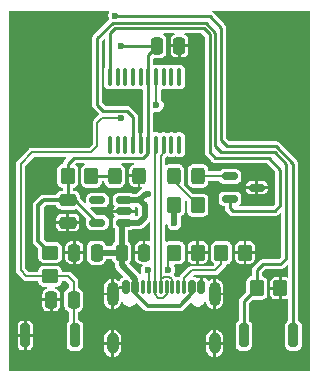
<source format=gbr>
%TF.GenerationSoftware,KiCad,Pcbnew,9.0.6+dfsg-1*%
%TF.CreationDate,2025-12-07T22:35:30+03:00*%
%TF.ProjectId,Custom_STM32F04,43757374-6f6d-45f5-9354-4d3332463034,1*%
%TF.SameCoordinates,Original*%
%TF.FileFunction,Copper,L1,Top*%
%TF.FilePolarity,Positive*%
%FSLAX46Y46*%
G04 Gerber Fmt 4.6, Leading zero omitted, Abs format (unit mm)*
G04 Created by KiCad (PCBNEW 9.0.6+dfsg-1) date 2025-12-07 22:35:30*
%MOMM*%
%LPD*%
G01*
G04 APERTURE LIST*
G04 Aperture macros list*
%AMRoundRect*
0 Rectangle with rounded corners*
0 $1 Rounding radius*
0 $2 $3 $4 $5 $6 $7 $8 $9 X,Y pos of 4 corners*
0 Add a 4 corners polygon primitive as box body*
4,1,4,$2,$3,$4,$5,$6,$7,$8,$9,$2,$3,0*
0 Add four circle primitives for the rounded corners*
1,1,$1+$1,$2,$3*
1,1,$1+$1,$4,$5*
1,1,$1+$1,$6,$7*
1,1,$1+$1,$8,$9*
0 Add four rect primitives between the rounded corners*
20,1,$1+$1,$2,$3,$4,$5,0*
20,1,$1+$1,$4,$5,$6,$7,0*
20,1,$1+$1,$6,$7,$8,$9,0*
20,1,$1+$1,$8,$9,$2,$3,0*%
G04 Aperture macros list end*
%TA.AperFunction,SMDPad,CuDef*%
%ADD10RoundRect,0.150000X0.512500X0.150000X-0.512500X0.150000X-0.512500X-0.150000X0.512500X-0.150000X0*%
%TD*%
%TA.AperFunction,SMDPad,CuDef*%
%ADD11RoundRect,0.150000X-0.512500X-0.150000X0.512500X-0.150000X0.512500X0.150000X-0.512500X0.150000X0*%
%TD*%
%TA.AperFunction,SMDPad,CuDef*%
%ADD12RoundRect,0.250000X0.325000X0.450000X-0.325000X0.450000X-0.325000X-0.450000X0.325000X-0.450000X0*%
%TD*%
%TA.AperFunction,SMDPad,CuDef*%
%ADD13RoundRect,0.250000X-0.350000X-0.450000X0.350000X-0.450000X0.350000X0.450000X-0.350000X0.450000X0*%
%TD*%
%TA.AperFunction,SMDPad,CuDef*%
%ADD14RoundRect,0.250000X-0.450000X0.350000X-0.450000X-0.350000X0.450000X-0.350000X0.450000X0.350000X0*%
%TD*%
%TA.AperFunction,SMDPad,CuDef*%
%ADD15RoundRect,0.250000X-0.475000X0.250000X-0.475000X-0.250000X0.475000X-0.250000X0.475000X0.250000X0*%
%TD*%
%TA.AperFunction,SMDPad,CuDef*%
%ADD16RoundRect,0.200000X-0.200000X-0.800000X0.200000X-0.800000X0.200000X0.800000X-0.200000X0.800000X0*%
%TD*%
%TA.AperFunction,SMDPad,CuDef*%
%ADD17RoundRect,0.250000X0.250000X0.475000X-0.250000X0.475000X-0.250000X-0.475000X0.250000X-0.475000X0*%
%TD*%
%TA.AperFunction,SMDPad,CuDef*%
%ADD18RoundRect,0.150000X-0.150000X-0.425000X0.150000X-0.425000X0.150000X0.425000X-0.150000X0.425000X0*%
%TD*%
%TA.AperFunction,SMDPad,CuDef*%
%ADD19RoundRect,0.075000X-0.075000X-0.500000X0.075000X-0.500000X0.075000X0.500000X-0.075000X0.500000X0*%
%TD*%
%TA.AperFunction,HeatsinkPad*%
%ADD20O,1.000000X2.100000*%
%TD*%
%TA.AperFunction,HeatsinkPad*%
%ADD21O,1.000000X1.800000*%
%TD*%
%TA.AperFunction,SMDPad,CuDef*%
%ADD22RoundRect,0.250000X-0.250000X-0.475000X0.250000X-0.475000X0.250000X0.475000X-0.250000X0.475000X0*%
%TD*%
%TA.AperFunction,SMDPad,CuDef*%
%ADD23RoundRect,0.100000X-0.100000X0.637500X-0.100000X-0.637500X0.100000X-0.637500X0.100000X0.637500X0*%
%TD*%
%TA.AperFunction,ViaPad*%
%ADD24C,0.600000*%
%TD*%
%TA.AperFunction,Conductor*%
%ADD25C,0.250000*%
%TD*%
%TA.AperFunction,Conductor*%
%ADD26C,0.200000*%
%TD*%
%TA.AperFunction,Conductor*%
%ADD27C,0.500000*%
%TD*%
%TA.AperFunction,Conductor*%
%ADD28C,0.300000*%
%TD*%
G04 APERTURE END LIST*
D10*
%TO.P,U2,5,OUT*%
%TO.N,/3V3*%
X157500000Y-94950000D03*
%TO.P,U2,4,NC*%
%TO.N,unconnected-(U2-NC-Pad4)*%
X157500000Y-93050000D03*
%TO.P,U2,3,EN*%
%TO.N,/5VUSB*%
X159775000Y-93050000D03*
%TO.P,U2,2,GND*%
%TO.N,GND*%
X159775000Y-94000000D03*
%TO.P,U2,1,IN*%
%TO.N,/5VUSB*%
X159775000Y-94950000D03*
%TD*%
D11*
%TO.P,Q1,3,S*%
%TO.N,GND*%
X171000000Y-92000000D03*
%TO.P,Q1,2,G*%
%TO.N,/BUILT_IN_LED*%
X168725000Y-92950000D03*
%TO.P,Q1,1,D*%
%TO.N,Net-(D2-K)*%
X168725000Y-91050000D03*
%TD*%
D12*
%TO.P,D1,2,A*%
%TO.N,Net-(D1-A)*%
X158975000Y-91000000D03*
%TO.P,D1,1,K*%
%TO.N,GND*%
X161025000Y-91000000D03*
%TD*%
D13*
%TO.P,R5,2*%
%TO.N,Net-(D1-A)*%
X157000000Y-91000000D03*
%TO.P,R5,1*%
%TO.N,/3V3*%
X155000000Y-91000000D03*
%TD*%
%TO.P,R4,1*%
%TO.N,Net-(J1-CC2)*%
X168000000Y-97500000D03*
%TO.P,R4,2*%
%TO.N,GND*%
X170000000Y-97500000D03*
%TD*%
%TO.P,R2,1*%
%TO.N,/BOOT*%
X171000000Y-100500000D03*
%TO.P,R2,2*%
%TO.N,GND*%
X173000000Y-100500000D03*
%TD*%
D14*
%TO.P,R1,1*%
%TO.N,/3V3*%
X153500000Y-97500000D03*
%TO.P,R1,2*%
%TO.N,/nRESET*%
X153500000Y-99500000D03*
%TD*%
D15*
%TO.P,C5,1*%
%TO.N,/3V3*%
X155000000Y-93050000D03*
%TO.P,C5,2*%
%TO.N,GND*%
X155000000Y-94950000D03*
%TD*%
D16*
%TO.P,BOOT,1,1*%
%TO.N,/BOOT*%
X169900000Y-104500000D03*
%TO.P,BOOT,2,2*%
%TO.N,/3V3*%
X174100000Y-104500000D03*
%TD*%
%TO.P,RST,1,1*%
%TO.N,GND*%
X151400000Y-104500000D03*
%TO.P,RST,2,2*%
%TO.N,/nRESET*%
X155600000Y-104500000D03*
%TD*%
D17*
%TO.P,C6,1*%
%TO.N,/5VUSB*%
X157450000Y-97500000D03*
%TO.P,C6,2*%
%TO.N,GND*%
X155550000Y-97500000D03*
%TD*%
D18*
%TO.P,J1,A1,GND*%
%TO.N,GND*%
X159910000Y-100425000D03*
%TO.P,J1,A4,VBUS*%
%TO.N,/5VUSB*%
X160710000Y-100425000D03*
D19*
%TO.P,J1,A5,CC1*%
%TO.N,Net-(J1-CC1)*%
X161860000Y-100425000D03*
%TO.P,J1,A6,D+*%
%TO.N,/USB_DP*%
X162860000Y-100425000D03*
%TO.P,J1,A7,D-*%
%TO.N,/USB_DM*%
X163360000Y-100425000D03*
%TO.P,J1,A8,SBU1*%
%TO.N,unconnected-(J1-SBU1-PadA8)*%
X164360000Y-100425000D03*
D18*
%TO.P,J1,A9,VBUS*%
%TO.N,/5VUSB*%
X165510000Y-100425000D03*
%TO.P,J1,A12,GND*%
%TO.N,GND*%
X166310000Y-100425000D03*
%TO.P,J1,B1,GND*%
X166310000Y-100425000D03*
%TO.P,J1,B4,VBUS*%
%TO.N,/5VUSB*%
X165510000Y-100425000D03*
D19*
%TO.P,J1,B5,CC2*%
%TO.N,Net-(J1-CC2)*%
X164860000Y-100425000D03*
%TO.P,J1,B6,D+*%
%TO.N,/USB_DP*%
X163860000Y-100425000D03*
%TO.P,J1,B7,D-*%
%TO.N,/USB_DM*%
X162360000Y-100425000D03*
%TO.P,J1,B8,SBU2*%
%TO.N,unconnected-(J1-SBU2-PadB8)*%
X161360000Y-100425000D03*
D18*
%TO.P,J1,B9,VBUS*%
%TO.N,/5VUSB*%
X160710000Y-100425000D03*
%TO.P,J1,B12,GND*%
%TO.N,GND*%
X159910000Y-100425000D03*
D20*
%TO.P,J1,S1,SHIELD*%
X158790000Y-101000000D03*
D21*
X158790000Y-105180000D03*
D20*
X167430000Y-101000000D03*
D21*
X167430000Y-105180000D03*
%TD*%
D22*
%TO.P,C4,1*%
%TO.N,/5VUSB*%
X159550000Y-97500000D03*
%TO.P,C4,2*%
%TO.N,GND*%
X161450000Y-97500000D03*
%TD*%
%TO.P,C3,1*%
%TO.N,/3V3*%
X162550000Y-80000000D03*
%TO.P,C3,2*%
%TO.N,GND*%
X164450000Y-80000000D03*
%TD*%
D12*
%TO.P,D2,1,K*%
%TO.N,Net-(D2-K)*%
X166025000Y-91000000D03*
%TO.P,D2,2,A*%
%TO.N,Net-(D2-A)*%
X163975000Y-91000000D03*
%TD*%
D17*
%TO.P,C2,1*%
%TO.N,/nRESET*%
X155500000Y-101500000D03*
%TO.P,C2,2*%
%TO.N,GND*%
X153600000Y-101500000D03*
%TD*%
D23*
%TO.P,U1,1,PB8*%
%TO.N,unconnected-(U1-PB8-Pad1)*%
X164425000Y-82637500D03*
%TO.P,U1,2,PF0*%
%TO.N,unconnected-(U1-PF0-Pad2)*%
X163775000Y-82637500D03*
%TO.P,U1,3,PF1*%
%TO.N,unconnected-(U1-PF1-Pad3)*%
X163125000Y-82637500D03*
%TO.P,U1,4,NRST*%
%TO.N,/nRESET*%
X162475000Y-82637500D03*
%TO.P,U1,5,VDDA*%
%TO.N,/3V3*%
X161825000Y-82637500D03*
%TO.P,U1,6,PA0*%
%TO.N,unconnected-(U1-PA0-Pad6)*%
X161175000Y-82637500D03*
%TO.P,U1,7,PA1*%
%TO.N,unconnected-(U1-PA1-Pad7)*%
X160525000Y-82637500D03*
%TO.P,U1,8,PA2*%
%TO.N,unconnected-(U1-PA2-Pad8)*%
X159875000Y-82637500D03*
%TO.P,U1,9,PA3*%
%TO.N,unconnected-(U1-PA3-Pad9)*%
X159225000Y-82637500D03*
%TO.P,U1,10,PA4*%
%TO.N,/BUILT_IN_LED*%
X158575000Y-82637500D03*
%TO.P,U1,11,PA5*%
%TO.N,unconnected-(U1-PA5-Pad11)*%
X158575000Y-88362500D03*
%TO.P,U1,12,PA6*%
%TO.N,unconnected-(U1-PA6-Pad12)*%
X159225000Y-88362500D03*
%TO.P,U1,13,PA7*%
%TO.N,unconnected-(U1-PA7-Pad13)*%
X159875000Y-88362500D03*
%TO.P,U1,14,PB1*%
%TO.N,/BOOT*%
X160525000Y-88362500D03*
%TO.P,U1,15,VSSA*%
%TO.N,GND*%
X161175000Y-88362500D03*
%TO.P,U1,16,VDD*%
%TO.N,/3V3*%
X161825000Y-88362500D03*
%TO.P,U1,17,PA9/PA11*%
%TO.N,/USB_DM*%
X162475000Y-88362500D03*
%TO.P,U1,18,PA10/PA12*%
%TO.N,/USB_DP*%
X163125000Y-88362500D03*
%TO.P,U1,19,PA13*%
%TO.N,unconnected-(U1-PA13-Pad19)*%
X163775000Y-88362500D03*
%TO.P,U1,20,PA14*%
%TO.N,unconnected-(U1-PA14-Pad20)*%
X164425000Y-88362500D03*
%TD*%
D13*
%TO.P,R3,1*%
%TO.N,Net-(J1-CC1)*%
X164000000Y-97500000D03*
%TO.P,R3,2*%
%TO.N,GND*%
X166000000Y-97500000D03*
%TD*%
%TO.P,R6,1*%
%TO.N,/5VUSB*%
X164000000Y-93500000D03*
%TO.P,R6,2*%
%TO.N,Net-(D2-A)*%
X166000000Y-93500000D03*
%TD*%
D24*
%TO.N,/3V3*%
X159500000Y-80000000D03*
X159014524Y-77424000D03*
%TO.N,/nRESET*%
X159500000Y-86125000D03*
X162500000Y-85000000D03*
%TO.N,/5VUSB*%
X164000000Y-95000000D03*
X161760000Y-92500000D03*
%TO.N,Net-(J1-CC1)*%
X163492797Y-98949000D03*
X161760000Y-99000000D03*
%TD*%
D25*
%TO.N,/3V3*%
X174100000Y-104500000D02*
X174100000Y-89962190D01*
X174100000Y-89962190D02*
X172637810Y-88500000D01*
X172637810Y-88500000D02*
X168500000Y-88500000D01*
X168500000Y-88500000D02*
X168000000Y-88000000D01*
X168000000Y-88000000D02*
X168000000Y-78500000D01*
X167000000Y-77500000D02*
X159152000Y-77500000D01*
X168000000Y-78500000D02*
X167000000Y-77500000D01*
X159152000Y-77500000D02*
X159076000Y-77424000D01*
X159076000Y-77424000D02*
X159014524Y-77424000D01*
%TO.N,/BUILT_IN_LED*%
X158575000Y-82637500D02*
X158575000Y-78925000D01*
X158575000Y-78925000D02*
X159000000Y-78500000D01*
X159000000Y-78500000D02*
X166500000Y-78500000D01*
X166500000Y-78500000D02*
X167000000Y-79000000D01*
X172000000Y-89500000D02*
X173000000Y-90500000D01*
X168725000Y-93725000D02*
X168725000Y-92950000D01*
X167000000Y-79000000D02*
X167000000Y-89000000D01*
X167000000Y-89000000D02*
X167500000Y-89500000D01*
X173000000Y-93500000D02*
X172500000Y-94000000D01*
X167500000Y-89500000D02*
X172000000Y-89500000D01*
X172500000Y-94000000D02*
X169000000Y-94000000D01*
X173000000Y-90500000D02*
X173000000Y-93500000D01*
X169000000Y-94000000D02*
X168725000Y-93725000D01*
%TO.N,/BOOT*%
X168000000Y-89000000D02*
X172500000Y-89000000D01*
X167500000Y-88500000D02*
X168000000Y-89000000D01*
X173500000Y-90000000D02*
X173500000Y-98000000D01*
X171500000Y-98500000D02*
X171000000Y-99000000D01*
X167500000Y-78862190D02*
X167500000Y-88500000D01*
X158813190Y-78049000D02*
X166686810Y-78049000D01*
X173500000Y-98000000D02*
X173000000Y-98500000D01*
X166686810Y-78049000D02*
X167500000Y-78862190D01*
X157500000Y-79362190D02*
X158813190Y-78049000D01*
X157500000Y-85000000D02*
X157500000Y-79362190D01*
X160000000Y-85500000D02*
X158000000Y-85500000D01*
X160525000Y-86025000D02*
X160000000Y-85500000D01*
X172500000Y-89000000D02*
X173500000Y-90000000D01*
X171000000Y-99000000D02*
X171000000Y-100500000D01*
X158000000Y-85500000D02*
X157500000Y-85000000D01*
X160525000Y-88362500D02*
X160525000Y-86025000D01*
X173000000Y-98500000D02*
X171500000Y-98500000D01*
%TO.N,/3V3*%
X159500000Y-80000000D02*
X162550000Y-80000000D01*
%TO.N,Net-(D1-A)*%
X157000000Y-91000000D02*
X158975000Y-91000000D01*
D26*
%TO.N,/nRESET*%
X153500000Y-99500000D02*
X151500000Y-99500000D01*
X151500000Y-99500000D02*
X151000000Y-99000000D01*
X152000000Y-89000000D02*
X157000000Y-89000000D01*
X151000000Y-99000000D02*
X151000000Y-90000000D01*
X157875000Y-86125000D02*
X159500000Y-86125000D01*
X151000000Y-90000000D02*
X152000000Y-89000000D01*
X157000000Y-89000000D02*
X157500000Y-88500000D01*
X157500000Y-88500000D02*
X157500000Y-86500000D01*
X157500000Y-86500000D02*
X157875000Y-86125000D01*
X162475000Y-84975000D02*
X162475000Y-82637500D01*
X162500000Y-85000000D02*
X162475000Y-84975000D01*
D25*
%TO.N,/BOOT*%
X169900000Y-104500000D02*
X169900000Y-101600000D01*
X169900000Y-101600000D02*
X171000000Y-100500000D01*
D27*
%TO.N,/5VUSB*%
X164000000Y-93500000D02*
X164000000Y-95000000D01*
X161760000Y-92500000D02*
X161600000Y-92500000D01*
X161600000Y-92500000D02*
X161050000Y-93050000D01*
D26*
%TO.N,Net-(D2-K)*%
X166025000Y-91000000D02*
X168675000Y-91000000D01*
X168675000Y-91000000D02*
X168725000Y-91050000D01*
%TO.N,Net-(D2-A)*%
X163975000Y-91000000D02*
X163975000Y-91475000D01*
X163975000Y-91475000D02*
X166000000Y-93500000D01*
D28*
%TO.N,/3V3*%
X153500000Y-97500000D02*
X152500000Y-96500000D01*
X152500000Y-96500000D02*
X152500000Y-93500000D01*
X152500000Y-93500000D02*
X152950000Y-93050000D01*
X152950000Y-93050000D02*
X155000000Y-93050000D01*
D26*
%TO.N,/nRESET*%
X155500000Y-101500000D02*
X155500000Y-104400000D01*
X155500000Y-104400000D02*
X155600000Y-104500000D01*
X153500000Y-99500000D02*
X155000000Y-99500000D01*
X155000000Y-99500000D02*
X155500000Y-100000000D01*
X155500000Y-100000000D02*
X155500000Y-101500000D01*
D25*
%TO.N,/3V3*%
X161825000Y-82637500D02*
X161825000Y-80725000D01*
X161825000Y-80725000D02*
X162550000Y-80000000D01*
X161825000Y-88362500D02*
X161825000Y-82637500D01*
X155000000Y-91000000D02*
X155000000Y-90000000D01*
X155000000Y-90000000D02*
X155500000Y-89500000D01*
X155500000Y-89500000D02*
X161380226Y-89500000D01*
X161380226Y-89500000D02*
X161825000Y-89055226D01*
X161825000Y-89055226D02*
X161825000Y-88362500D01*
X155000000Y-93050000D02*
X155000000Y-91000000D01*
X157500000Y-94950000D02*
X155600000Y-93050000D01*
X155600000Y-93050000D02*
X155000000Y-93050000D01*
D27*
%TO.N,/5VUSB*%
X161500000Y-94500000D02*
X161500000Y-93500000D01*
X159775000Y-94950000D02*
X161050000Y-94950000D01*
X161050000Y-94950000D02*
X161500000Y-94500000D01*
X161500000Y-93500000D02*
X161050000Y-93050000D01*
X161050000Y-93050000D02*
X159775000Y-93050000D01*
X159550000Y-97500000D02*
X159550000Y-95175000D01*
X159550000Y-95175000D02*
X159775000Y-94950000D01*
X159550000Y-97500000D02*
X157450000Y-97500000D01*
D26*
%TO.N,Net-(J1-CC1)*%
X163492797Y-98949000D02*
X163492797Y-98007203D01*
X163492797Y-98007203D02*
X164000000Y-97500000D01*
X161860000Y-100425000D02*
X161860000Y-99100000D01*
X161860000Y-99100000D02*
X161760000Y-99000000D01*
%TO.N,Net-(J1-CC2)*%
X165500000Y-99000000D02*
X167500000Y-99000000D01*
X164860000Y-99640000D02*
X165500000Y-99000000D01*
X167500000Y-99000000D02*
X168000000Y-98500000D01*
X164860000Y-100425000D02*
X164860000Y-99640000D01*
X168000000Y-98500000D02*
X168000000Y-97500000D01*
D28*
%TO.N,/5VUSB*%
X160710000Y-100425000D02*
X160710000Y-100954534D01*
X160710000Y-100954534D02*
X161755466Y-102000000D01*
X161755466Y-102000000D02*
X164464534Y-102000000D01*
X164464534Y-102000000D02*
X165510000Y-100954534D01*
X165510000Y-100954534D02*
X165510000Y-100425000D01*
D26*
%TO.N,/USB_DP*%
X162860000Y-100425000D02*
X162860000Y-89284870D01*
X162860000Y-89284870D02*
X163125000Y-89019870D01*
X163125000Y-89019870D02*
X163125000Y-88362500D01*
%TO.N,/USB_DM*%
X162360000Y-100425000D02*
X162360000Y-88477500D01*
X162360000Y-88477500D02*
X162475000Y-88362500D01*
D27*
%TO.N,/5VUSB*%
X160710000Y-100425000D02*
X160710000Y-99710000D01*
X159550000Y-98550000D02*
X159550000Y-97500000D01*
X160710000Y-99710000D02*
X159550000Y-98550000D01*
D26*
%TO.N,/USB_DM*%
X163360000Y-100425000D02*
X163360000Y-101033824D01*
X163360000Y-101033824D02*
X163092824Y-101301000D01*
X163092824Y-101301000D02*
X162627176Y-101301000D01*
X162627176Y-101301000D02*
X162360000Y-101033824D01*
X162360000Y-101033824D02*
X162360000Y-100425000D01*
%TO.N,/USB_DP*%
X162860000Y-100425000D02*
X162909000Y-100425000D01*
X162909000Y-100425000D02*
X162909000Y-99767176D01*
X162909000Y-99767176D02*
X163127176Y-99549000D01*
X163592824Y-99549000D02*
X163811000Y-99767176D01*
X163127176Y-99549000D02*
X163592824Y-99549000D01*
X163811000Y-99767176D02*
X163811000Y-100425000D01*
X163811000Y-100425000D02*
X163860000Y-100425000D01*
%TD*%
%TA.AperFunction,Conductor*%
%TO.N,GND*%
G36*
X158489788Y-77022174D02*
G01*
X158511462Y-77074500D01*
X158501548Y-77111500D01*
X158454948Y-77192214D01*
X158454945Y-77192220D01*
X158414024Y-77344940D01*
X158414024Y-77503059D01*
X158454945Y-77655779D01*
X158454949Y-77655788D01*
X158481353Y-77701522D01*
X158488745Y-77757674D01*
X158469593Y-77790847D01*
X157238737Y-79021705D01*
X157159515Y-79100926D01*
X157103499Y-79197948D01*
X157103495Y-79197957D01*
X157074500Y-79306169D01*
X157074500Y-85056020D01*
X157103495Y-85164232D01*
X157103499Y-85164241D01*
X157159515Y-85261263D01*
X157613604Y-85715352D01*
X157635278Y-85767678D01*
X157613604Y-85820002D01*
X157225818Y-86207789D01*
X157179517Y-86254090D01*
X157126792Y-86345412D01*
X157126793Y-86345413D01*
X157099500Y-86447273D01*
X157099500Y-88303455D01*
X157077826Y-88355781D01*
X156855781Y-88577826D01*
X156803455Y-88599500D01*
X152057273Y-88599500D01*
X152057257Y-88599499D01*
X152052727Y-88599499D01*
X151947273Y-88599499D01*
X151947272Y-88599499D01*
X151901997Y-88611631D01*
X151856721Y-88623763D01*
X151849550Y-88625684D01*
X151845412Y-88626793D01*
X151845411Y-88626793D01*
X151754086Y-88679520D01*
X151679518Y-88754089D01*
X150679517Y-89754090D01*
X150626795Y-89845407D01*
X150626791Y-89845416D01*
X150610512Y-89906170D01*
X150610513Y-89906171D01*
X150606491Y-89921181D01*
X150599500Y-89947273D01*
X150599500Y-98947273D01*
X150599500Y-99052727D01*
X150606555Y-99079057D01*
X150626793Y-99154588D01*
X150626795Y-99154592D01*
X150679517Y-99245909D01*
X150679518Y-99245910D01*
X150679520Y-99245913D01*
X150931123Y-99497515D01*
X151176931Y-99743323D01*
X151176936Y-99743329D01*
X151179520Y-99745913D01*
X151254087Y-99820480D01*
X151297271Y-99845412D01*
X151345412Y-99873207D01*
X151447273Y-99900500D01*
X151552727Y-99900500D01*
X152434743Y-99900500D01*
X152487069Y-99922174D01*
X152508215Y-99965675D01*
X152510123Y-99981564D01*
X152565638Y-100122341D01*
X152565639Y-100122342D01*
X152657078Y-100242922D01*
X152777658Y-100334361D01*
X152918436Y-100389877D01*
X152989764Y-100398442D01*
X153006896Y-100400500D01*
X153183431Y-100400500D01*
X153235757Y-100422174D01*
X153257431Y-100474500D01*
X153235757Y-100526826D01*
X153209291Y-100543834D01*
X153107912Y-100581645D01*
X153107911Y-100581646D01*
X152992811Y-100667811D01*
X152906646Y-100782911D01*
X152906645Y-100782912D01*
X152856403Y-100917619D01*
X152856402Y-100917624D01*
X152850000Y-100977171D01*
X152850000Y-101375000D01*
X154350000Y-101375000D01*
X154350000Y-100977171D01*
X154343597Y-100917624D01*
X154343596Y-100917619D01*
X154293354Y-100782912D01*
X154293353Y-100782911D01*
X154207188Y-100667811D01*
X154092088Y-100581646D01*
X154092087Y-100581645D01*
X153986071Y-100542104D01*
X153944618Y-100503511D01*
X153942597Y-100446910D01*
X153981190Y-100405457D01*
X154003105Y-100399298D01*
X154081564Y-100389877D01*
X154222342Y-100334361D01*
X154342922Y-100242922D01*
X154434361Y-100122342D01*
X154489877Y-99981564D01*
X154491785Y-99965674D01*
X154519544Y-99916308D01*
X154565257Y-99900500D01*
X154803455Y-99900500D01*
X154855781Y-99922174D01*
X155077826Y-100144218D01*
X155099500Y-100196544D01*
X155099500Y-100442226D01*
X155077826Y-100494552D01*
X155052648Y-100511066D01*
X155035973Y-100517642D01*
X154977658Y-100540638D01*
X154857078Y-100632077D01*
X154857077Y-100632078D01*
X154765638Y-100752658D01*
X154710123Y-100893436D01*
X154700068Y-100977171D01*
X154699500Y-100981898D01*
X154699500Y-102018102D01*
X154699500Y-102018104D01*
X154699499Y-102018104D01*
X154707218Y-102082375D01*
X154710123Y-102106564D01*
X154720376Y-102132563D01*
X154765638Y-102247341D01*
X154783714Y-102271177D01*
X154857078Y-102367922D01*
X154977658Y-102459361D01*
X155052648Y-102488933D01*
X155093373Y-102528291D01*
X155099500Y-102557773D01*
X155099500Y-103262707D01*
X155077826Y-103315033D01*
X155069848Y-103321946D01*
X155042454Y-103342453D01*
X154956203Y-103457669D01*
X154956202Y-103457670D01*
X154905910Y-103592512D01*
X154905909Y-103592517D01*
X154899500Y-103652126D01*
X154899500Y-105347873D01*
X154905909Y-105407485D01*
X154956202Y-105542329D01*
X154956203Y-105542330D01*
X154956204Y-105542331D01*
X155042454Y-105657546D01*
X155157669Y-105743796D01*
X155157670Y-105743797D01*
X155212388Y-105764205D01*
X155292517Y-105794091D01*
X155352127Y-105800500D01*
X155847872Y-105800499D01*
X155907483Y-105794091D01*
X156025703Y-105749998D01*
X156042329Y-105743797D01*
X156042329Y-105743796D01*
X156042331Y-105743796D01*
X156157546Y-105657546D01*
X156243796Y-105542331D01*
X156294091Y-105407483D01*
X156300500Y-105347873D01*
X156300499Y-104706131D01*
X158040000Y-104706131D01*
X158040000Y-105055000D01*
X158490000Y-105055000D01*
X158490000Y-105305000D01*
X158040000Y-105305000D01*
X158040000Y-105653868D01*
X158068820Y-105798760D01*
X158068822Y-105798767D01*
X158125357Y-105935254D01*
X158207436Y-106058096D01*
X158311903Y-106162563D01*
X158434745Y-106244642D01*
X158571232Y-106301177D01*
X158571239Y-106301179D01*
X158664999Y-106319829D01*
X158665000Y-106319828D01*
X158665000Y-105854242D01*
X158674204Y-105859556D01*
X158750504Y-105880000D01*
X158829496Y-105880000D01*
X158905796Y-105859556D01*
X158915000Y-105854242D01*
X158915000Y-106319829D01*
X159008760Y-106301179D01*
X159008767Y-106301177D01*
X159145254Y-106244642D01*
X159268096Y-106162563D01*
X159268098Y-106162562D01*
X159372562Y-106058098D01*
X159372563Y-106058096D01*
X159454642Y-105935254D01*
X159511177Y-105798767D01*
X159511179Y-105798760D01*
X159540000Y-105653868D01*
X159540000Y-105305000D01*
X159090000Y-105305000D01*
X159090000Y-105055000D01*
X159540000Y-105055000D01*
X159540000Y-104706131D01*
X166680000Y-104706131D01*
X166680000Y-105055000D01*
X167130000Y-105055000D01*
X167130000Y-105305000D01*
X166680000Y-105305000D01*
X166680000Y-105653868D01*
X166708820Y-105798760D01*
X166708822Y-105798767D01*
X166765357Y-105935254D01*
X166847436Y-106058096D01*
X166951903Y-106162563D01*
X167074745Y-106244642D01*
X167211232Y-106301177D01*
X167211239Y-106301179D01*
X167304999Y-106319829D01*
X167305000Y-106319828D01*
X167305000Y-105854242D01*
X167314204Y-105859556D01*
X167390504Y-105880000D01*
X167469496Y-105880000D01*
X167545796Y-105859556D01*
X167555000Y-105854242D01*
X167555000Y-106319829D01*
X167648760Y-106301179D01*
X167648767Y-106301177D01*
X167785254Y-106244642D01*
X167908096Y-106162563D01*
X167908098Y-106162562D01*
X168012562Y-106058098D01*
X168012563Y-106058096D01*
X168094642Y-105935254D01*
X168151177Y-105798767D01*
X168151179Y-105798760D01*
X168180000Y-105653868D01*
X168180000Y-105305000D01*
X167730000Y-105305000D01*
X167730000Y-105055000D01*
X168180000Y-105055000D01*
X168180000Y-104706131D01*
X168151179Y-104561239D01*
X168151177Y-104561232D01*
X168094642Y-104424745D01*
X168012563Y-104301903D01*
X167908096Y-104197436D01*
X167785254Y-104115357D01*
X167648765Y-104058821D01*
X167648762Y-104058820D01*
X167555000Y-104040170D01*
X167555000Y-104505757D01*
X167545796Y-104500444D01*
X167469496Y-104480000D01*
X167390504Y-104480000D01*
X167314204Y-104500444D01*
X167305000Y-104505757D01*
X167305000Y-104040170D01*
X167211237Y-104058820D01*
X167211234Y-104058821D01*
X167074745Y-104115357D01*
X166951903Y-104197436D01*
X166951902Y-104197438D01*
X166847438Y-104301902D01*
X166847436Y-104301903D01*
X166765357Y-104424745D01*
X166708822Y-104561232D01*
X166708820Y-104561239D01*
X166680000Y-104706131D01*
X159540000Y-104706131D01*
X159511179Y-104561239D01*
X159511177Y-104561232D01*
X159454642Y-104424745D01*
X159372563Y-104301903D01*
X159268096Y-104197436D01*
X159145254Y-104115357D01*
X159008765Y-104058821D01*
X159008762Y-104058820D01*
X158915000Y-104040170D01*
X158915000Y-104505757D01*
X158905796Y-104500444D01*
X158829496Y-104480000D01*
X158750504Y-104480000D01*
X158674204Y-104500444D01*
X158665000Y-104505757D01*
X158665000Y-104040170D01*
X158571237Y-104058820D01*
X158571234Y-104058821D01*
X158434745Y-104115357D01*
X158311903Y-104197436D01*
X158311902Y-104197438D01*
X158207438Y-104301902D01*
X158207436Y-104301903D01*
X158125357Y-104424745D01*
X158068822Y-104561232D01*
X158068820Y-104561239D01*
X158040000Y-104706131D01*
X156300499Y-104706131D01*
X156300499Y-104480000D01*
X156300499Y-103652126D01*
X156298955Y-103637766D01*
X156294091Y-103592517D01*
X156254869Y-103487356D01*
X156243797Y-103457670D01*
X156243796Y-103457669D01*
X156184311Y-103378208D01*
X156157546Y-103342454D01*
X156042331Y-103256204D01*
X156042330Y-103256203D01*
X156042329Y-103256202D01*
X155948640Y-103221259D01*
X155907187Y-103182666D01*
X155900500Y-103151925D01*
X155900500Y-102557773D01*
X155922174Y-102505447D01*
X155947350Y-102488933D01*
X156022342Y-102459361D01*
X156142922Y-102367922D01*
X156234361Y-102247342D01*
X156289877Y-102106564D01*
X156299300Y-102028096D01*
X156300500Y-102018104D01*
X156300500Y-100981895D01*
X156294638Y-100933082D01*
X156289877Y-100893436D01*
X156234361Y-100752658D01*
X156142922Y-100632078D01*
X156133589Y-100625000D01*
X156022341Y-100540638D01*
X155971401Y-100520550D01*
X155947352Y-100511066D01*
X155936332Y-100500416D01*
X155922174Y-100494552D01*
X155916773Y-100481515D01*
X155906626Y-100471708D01*
X155900500Y-100442226D01*
X155900500Y-99947273D01*
X155873207Y-99845413D01*
X155873207Y-99845412D01*
X155836869Y-99782473D01*
X155836868Y-99782472D01*
X155820480Y-99754087D01*
X155743334Y-99676941D01*
X155743323Y-99676931D01*
X155495912Y-99429520D01*
X155245913Y-99179520D01*
X155245910Y-99179518D01*
X155245909Y-99179517D01*
X155154592Y-99126795D01*
X155154588Y-99126793D01*
X155052727Y-99099500D01*
X155052726Y-99099500D01*
X154565257Y-99099500D01*
X154512931Y-99077826D01*
X154491785Y-99034325D01*
X154489877Y-99018436D01*
X154434361Y-98877658D01*
X154342922Y-98757078D01*
X154338981Y-98754089D01*
X154222341Y-98665638D01*
X154112886Y-98622475D01*
X154081564Y-98610123D01*
X154052076Y-98606582D01*
X153993104Y-98599500D01*
X153993102Y-98599500D01*
X153006898Y-98599500D01*
X153006896Y-98599500D01*
X152918436Y-98610123D01*
X152777658Y-98665638D01*
X152657078Y-98757077D01*
X152657077Y-98757078D01*
X152565638Y-98877658D01*
X152510123Y-99018435D01*
X152508215Y-99034325D01*
X152480456Y-99083692D01*
X152434743Y-99099500D01*
X151696544Y-99099500D01*
X151644218Y-99077826D01*
X151422174Y-98855781D01*
X151400500Y-98803455D01*
X151400500Y-90196544D01*
X151422174Y-90144218D01*
X152144218Y-89422174D01*
X152196544Y-89400500D01*
X154819100Y-89400500D01*
X154871426Y-89422174D01*
X154893100Y-89474500D01*
X154871426Y-89526826D01*
X154659515Y-89738736D01*
X154603499Y-89835758D01*
X154603495Y-89835767D01*
X154574500Y-89943977D01*
X154573976Y-89947961D01*
X154545656Y-89997010D01*
X154522741Y-90008110D01*
X154522849Y-90008383D01*
X154519238Y-90009806D01*
X154518753Y-90010042D01*
X154518443Y-90010120D01*
X154377658Y-90065638D01*
X154257078Y-90157077D01*
X154257077Y-90157078D01*
X154165638Y-90277658D01*
X154110123Y-90418436D01*
X154100068Y-90502171D01*
X154099500Y-90506898D01*
X154099500Y-91493102D01*
X154099500Y-91493104D01*
X154099499Y-91493104D01*
X154103013Y-91522360D01*
X154110123Y-91581564D01*
X154118495Y-91602793D01*
X154165638Y-91722341D01*
X154202460Y-91770897D01*
X154257078Y-91842922D01*
X154377658Y-91934361D01*
X154518436Y-91989877D01*
X154518439Y-91989877D01*
X154518627Y-91989925D01*
X154518703Y-91989981D01*
X154522850Y-91991617D01*
X154522406Y-91992740D01*
X154534517Y-92001760D01*
X154552826Y-92009344D01*
X154556451Y-92018097D01*
X154564049Y-92023756D01*
X154574500Y-92061670D01*
X154574500Y-92175500D01*
X154552826Y-92227826D01*
X154500500Y-92249500D01*
X154481896Y-92249500D01*
X154393436Y-92260123D01*
X154252658Y-92315638D01*
X154132078Y-92407077D01*
X154132077Y-92407078D01*
X154040637Y-92527659D01*
X154030785Y-92552646D01*
X153991426Y-92593373D01*
X153961944Y-92599500D01*
X152890689Y-92599500D01*
X152800326Y-92623713D01*
X152786345Y-92627459D01*
X152776111Y-92630201D01*
X152673389Y-92689508D01*
X152139508Y-93223389D01*
X152080203Y-93326108D01*
X152080200Y-93326116D01*
X152075648Y-93343102D01*
X152054468Y-93422153D01*
X152049500Y-93440692D01*
X152049500Y-96559311D01*
X152063115Y-96610121D01*
X152063115Y-96610122D01*
X152080199Y-96673882D01*
X152080203Y-96673891D01*
X152139508Y-96776610D01*
X152139509Y-96776611D01*
X152139511Y-96776614D01*
X152477826Y-97114929D01*
X152499500Y-97167254D01*
X152499500Y-97893102D01*
X152499500Y-97893104D01*
X152499499Y-97893104D01*
X152510123Y-97981563D01*
X152565638Y-98122341D01*
X152641472Y-98222342D01*
X152657078Y-98242922D01*
X152777658Y-98334361D01*
X152918436Y-98389877D01*
X152989764Y-98398442D01*
X153006896Y-98400500D01*
X153006898Y-98400500D01*
X153993104Y-98400500D01*
X154008722Y-98398624D01*
X154081564Y-98389877D01*
X154222342Y-98334361D01*
X154342922Y-98242922D01*
X154434361Y-98122342D01*
X154473604Y-98022828D01*
X154800000Y-98022828D01*
X154806402Y-98082375D01*
X154806403Y-98082380D01*
X154856645Y-98217087D01*
X154856646Y-98217088D01*
X154942811Y-98332188D01*
X155057911Y-98418353D01*
X155057912Y-98418354D01*
X155192619Y-98468596D01*
X155192624Y-98468597D01*
X155252171Y-98475000D01*
X155425000Y-98475000D01*
X155675000Y-98475000D01*
X155847829Y-98475000D01*
X155907375Y-98468597D01*
X155907380Y-98468596D01*
X156042087Y-98418354D01*
X156042088Y-98418353D01*
X156157188Y-98332188D01*
X156243353Y-98217088D01*
X156243354Y-98217087D01*
X156293596Y-98082380D01*
X156293597Y-98082375D01*
X156300000Y-98022828D01*
X156300000Y-97625000D01*
X155675000Y-97625000D01*
X155675000Y-98475000D01*
X155425000Y-98475000D01*
X155425000Y-97625000D01*
X154800000Y-97625000D01*
X154800000Y-98022828D01*
X154473604Y-98022828D01*
X154489877Y-97981564D01*
X154500500Y-97893102D01*
X154500500Y-97106898D01*
X154489877Y-97018436D01*
X154473604Y-96977171D01*
X154800000Y-96977171D01*
X154800000Y-97375000D01*
X155425000Y-97375000D01*
X155675000Y-97375000D01*
X156300000Y-97375000D01*
X156300000Y-96977171D01*
X156293597Y-96917624D01*
X156293596Y-96917619D01*
X156243354Y-96782912D01*
X156243353Y-96782911D01*
X156157188Y-96667811D01*
X156042088Y-96581646D01*
X156042087Y-96581645D01*
X155907380Y-96531403D01*
X155907375Y-96531402D01*
X155847829Y-96525000D01*
X155675000Y-96525000D01*
X155675000Y-97375000D01*
X155425000Y-97375000D01*
X155425000Y-96525000D01*
X155252171Y-96525000D01*
X155192624Y-96531402D01*
X155192619Y-96531403D01*
X155057912Y-96581645D01*
X155057911Y-96581646D01*
X154942811Y-96667811D01*
X154856646Y-96782911D01*
X154856645Y-96782912D01*
X154806403Y-96917619D01*
X154806402Y-96917624D01*
X154800000Y-96977171D01*
X154473604Y-96977171D01*
X154434361Y-96877658D01*
X154342922Y-96757078D01*
X154337094Y-96752658D01*
X154222341Y-96665638D01*
X154137079Y-96632015D01*
X154081564Y-96610123D01*
X154052076Y-96606582D01*
X153993104Y-96599500D01*
X153993102Y-96599500D01*
X153267255Y-96599500D01*
X153214929Y-96577826D01*
X152972174Y-96335071D01*
X152950500Y-96282745D01*
X152950500Y-95247828D01*
X154025000Y-95247828D01*
X154031402Y-95307375D01*
X154031403Y-95307380D01*
X154081645Y-95442087D01*
X154081646Y-95442088D01*
X154167811Y-95557188D01*
X154282911Y-95643353D01*
X154282912Y-95643354D01*
X154417619Y-95693596D01*
X154417624Y-95693597D01*
X154477171Y-95700000D01*
X154875000Y-95700000D01*
X155125000Y-95700000D01*
X155522829Y-95700000D01*
X155582375Y-95693597D01*
X155582380Y-95693596D01*
X155717087Y-95643354D01*
X155717088Y-95643353D01*
X155832188Y-95557188D01*
X155918353Y-95442088D01*
X155918354Y-95442087D01*
X155968596Y-95307380D01*
X155968597Y-95307375D01*
X155975000Y-95247828D01*
X155975000Y-95075000D01*
X155125000Y-95075000D01*
X155125000Y-95700000D01*
X154875000Y-95700000D01*
X154875000Y-95075000D01*
X154025000Y-95075000D01*
X154025000Y-95247828D01*
X152950500Y-95247828D01*
X152950500Y-94652171D01*
X154025000Y-94652171D01*
X154025000Y-94825000D01*
X154875000Y-94825000D01*
X155125000Y-94825000D01*
X155975000Y-94825000D01*
X155975000Y-94652171D01*
X155968597Y-94592624D01*
X155968596Y-94592619D01*
X155918354Y-94457912D01*
X155918353Y-94457911D01*
X155832188Y-94342811D01*
X155717088Y-94256646D01*
X155717087Y-94256645D01*
X155582380Y-94206403D01*
X155582375Y-94206402D01*
X155522829Y-94200000D01*
X155125000Y-94200000D01*
X155125000Y-94825000D01*
X154875000Y-94825000D01*
X154875000Y-94200000D01*
X154477171Y-94200000D01*
X154417624Y-94206402D01*
X154417619Y-94206403D01*
X154282912Y-94256645D01*
X154282911Y-94256646D01*
X154167811Y-94342811D01*
X154081646Y-94457911D01*
X154081645Y-94457912D01*
X154031403Y-94592619D01*
X154031402Y-94592624D01*
X154025000Y-94652171D01*
X152950500Y-94652171D01*
X152950500Y-93717255D01*
X152972174Y-93664929D01*
X153114929Y-93522174D01*
X153167255Y-93500500D01*
X153961944Y-93500500D01*
X154014270Y-93522174D01*
X154030785Y-93547354D01*
X154040637Y-93572340D01*
X154116344Y-93672174D01*
X154132078Y-93692922D01*
X154252658Y-93784361D01*
X154393436Y-93839877D01*
X154464764Y-93848442D01*
X154481896Y-93850500D01*
X154481898Y-93850500D01*
X155518104Y-93850500D01*
X155535235Y-93848442D01*
X155606564Y-93839877D01*
X155691626Y-93806332D01*
X155748252Y-93807298D01*
X155771098Y-93822846D01*
X156539039Y-94590787D01*
X156560713Y-94643113D01*
X156556561Y-94667553D01*
X156539854Y-94715298D01*
X156539854Y-94715301D01*
X156537000Y-94745734D01*
X156537000Y-95154266D01*
X156539854Y-95184699D01*
X156539854Y-95184701D01*
X156539855Y-95184704D01*
X156584706Y-95312881D01*
X156584707Y-95312883D01*
X156665346Y-95422146D01*
X156665353Y-95422153D01*
X156774616Y-95502792D01*
X156774618Y-95502793D01*
X156902795Y-95547644D01*
X156902801Y-95547646D01*
X156933234Y-95550500D01*
X156933241Y-95550500D01*
X158066758Y-95550500D01*
X158066766Y-95550500D01*
X158097199Y-95547646D01*
X158225382Y-95502793D01*
X158334650Y-95422150D01*
X158415293Y-95312882D01*
X158460146Y-95184699D01*
X158463000Y-95154266D01*
X158463000Y-94745734D01*
X158460146Y-94715301D01*
X158415293Y-94587118D01*
X158415292Y-94587116D01*
X158334653Y-94477853D01*
X158334646Y-94477846D01*
X158225383Y-94397207D01*
X158225381Y-94397206D01*
X158097204Y-94352355D01*
X158097205Y-94352355D01*
X158097200Y-94352354D01*
X158097199Y-94352354D01*
X158066766Y-94349500D01*
X158066760Y-94349500D01*
X157531900Y-94349500D01*
X157479574Y-94327826D01*
X156928574Y-93776826D01*
X156906900Y-93724500D01*
X156928574Y-93672174D01*
X156980900Y-93650500D01*
X158066758Y-93650500D01*
X158066766Y-93650500D01*
X158097199Y-93647646D01*
X158225382Y-93602793D01*
X158317761Y-93534614D01*
X158334646Y-93522153D01*
X158334646Y-93522152D01*
X158334650Y-93522150D01*
X158415293Y-93412882D01*
X158460146Y-93284699D01*
X158463000Y-93254266D01*
X158463000Y-92845734D01*
X158460146Y-92815301D01*
X158415293Y-92687118D01*
X158415292Y-92687116D01*
X158334653Y-92577853D01*
X158334646Y-92577846D01*
X158225383Y-92497207D01*
X158225381Y-92497206D01*
X158097204Y-92452355D01*
X158097205Y-92452355D01*
X158097200Y-92452354D01*
X158097199Y-92452354D01*
X158066766Y-92449500D01*
X156933234Y-92449500D01*
X156902801Y-92452354D01*
X156902799Y-92452354D01*
X156902795Y-92452355D01*
X156774618Y-92497206D01*
X156774616Y-92497207D01*
X156665353Y-92577846D01*
X156665346Y-92577853D01*
X156584707Y-92687116D01*
X156584706Y-92687118D01*
X156539855Y-92815295D01*
X156539854Y-92815299D01*
X156539854Y-92815301D01*
X156537000Y-92845734D01*
X156537000Y-92845740D01*
X156537000Y-93206600D01*
X156515326Y-93258926D01*
X156463000Y-93280600D01*
X156410674Y-93258926D01*
X156047174Y-92895426D01*
X156025500Y-92843100D01*
X156025500Y-92756895D01*
X156020504Y-92715295D01*
X156014877Y-92668436D01*
X155959361Y-92527658D01*
X155867922Y-92407078D01*
X155791995Y-92349500D01*
X155747341Y-92315638D01*
X155644667Y-92275149D01*
X155606564Y-92260123D01*
X155577076Y-92256582D01*
X155518104Y-92249500D01*
X155518102Y-92249500D01*
X155499500Y-92249500D01*
X155447174Y-92227826D01*
X155425500Y-92175500D01*
X155425500Y-92061670D01*
X155447174Y-92009344D01*
X155477377Y-91992193D01*
X155477150Y-91991617D01*
X155481219Y-91990012D01*
X155481373Y-91989925D01*
X155481558Y-91989877D01*
X155481564Y-91989877D01*
X155622342Y-91934361D01*
X155742922Y-91842922D01*
X155834361Y-91722342D01*
X155889877Y-91581564D01*
X155898624Y-91508722D01*
X155900500Y-91493104D01*
X155900500Y-90506895D01*
X155893607Y-90449500D01*
X155889877Y-90418436D01*
X155834361Y-90277658D01*
X155742922Y-90157078D01*
X155640919Y-90079726D01*
X155638228Y-90075126D01*
X155633306Y-90073087D01*
X155624261Y-90051249D01*
X155612323Y-90030840D01*
X155613673Y-90025684D01*
X155611634Y-90020761D01*
X155620679Y-89998925D01*
X155626670Y-89976050D01*
X155633306Y-89968440D01*
X155640676Y-89961071D01*
X155654577Y-89947172D01*
X155706900Y-89925500D01*
X156344299Y-89925500D01*
X156396625Y-89947174D01*
X156418299Y-89999500D01*
X156396625Y-90051826D01*
X156380571Y-90064001D01*
X156377658Y-90065638D01*
X156257078Y-90157077D01*
X156257077Y-90157078D01*
X156165638Y-90277658D01*
X156110123Y-90418436D01*
X156100068Y-90502171D01*
X156099500Y-90506898D01*
X156099500Y-91493102D01*
X156099500Y-91493104D01*
X156099499Y-91493104D01*
X156103013Y-91522360D01*
X156110123Y-91581564D01*
X156118495Y-91602793D01*
X156165638Y-91722341D01*
X156202460Y-91770897D01*
X156257078Y-91842922D01*
X156377658Y-91934361D01*
X156518436Y-91989877D01*
X156589764Y-91998442D01*
X156606896Y-92000500D01*
X156606898Y-92000500D01*
X157393104Y-92000500D01*
X157408722Y-91998624D01*
X157481564Y-91989877D01*
X157622342Y-91934361D01*
X157742922Y-91842922D01*
X157834361Y-91722342D01*
X157889877Y-91581564D01*
X157898510Y-91509669D01*
X157900764Y-91490906D01*
X157902287Y-91491088D01*
X157911884Y-91471412D01*
X157921924Y-91447174D01*
X157924156Y-91446249D01*
X157925215Y-91444079D01*
X157974250Y-91425500D01*
X158025750Y-91425500D01*
X158078076Y-91447174D01*
X158097850Y-91491072D01*
X158099236Y-91490906D01*
X158103013Y-91522360D01*
X158110123Y-91581564D01*
X158118495Y-91602793D01*
X158165638Y-91722341D01*
X158202460Y-91770897D01*
X158257078Y-91842922D01*
X158377658Y-91934361D01*
X158518436Y-91989877D01*
X158589764Y-91998442D01*
X158606896Y-92000500D01*
X158606898Y-92000500D01*
X159343104Y-92000500D01*
X159358722Y-91998624D01*
X159431564Y-91989877D01*
X159572342Y-91934361D01*
X159692922Y-91842922D01*
X159784361Y-91722342D01*
X159839877Y-91581564D01*
X159848624Y-91508722D01*
X159849933Y-91497828D01*
X160200000Y-91497828D01*
X160206402Y-91557375D01*
X160206403Y-91557380D01*
X160256645Y-91692087D01*
X160256646Y-91692088D01*
X160342811Y-91807188D01*
X160457911Y-91893353D01*
X160457912Y-91893354D01*
X160592619Y-91943596D01*
X160592624Y-91943597D01*
X160652171Y-91950000D01*
X160900000Y-91950000D01*
X160900000Y-91125000D01*
X160200000Y-91125000D01*
X160200000Y-91497828D01*
X159849933Y-91497828D01*
X159850500Y-91493104D01*
X159850500Y-90506895D01*
X159843607Y-90449500D01*
X159839877Y-90418436D01*
X159784361Y-90277658D01*
X159692922Y-90157078D01*
X159626417Y-90106645D01*
X159572341Y-90065638D01*
X159569429Y-90064001D01*
X159568320Y-90062589D01*
X159568309Y-90062581D01*
X159568311Y-90062577D01*
X159534444Y-90019460D01*
X159541200Y-89963228D01*
X159585741Y-89928243D01*
X159605701Y-89925500D01*
X160533431Y-89925500D01*
X160585757Y-89947174D01*
X160607431Y-89999500D01*
X160585757Y-90051826D01*
X160559291Y-90068834D01*
X160457912Y-90106645D01*
X160457911Y-90106646D01*
X160342811Y-90192811D01*
X160256646Y-90307911D01*
X160256645Y-90307912D01*
X160206403Y-90442619D01*
X160206402Y-90442624D01*
X160200000Y-90502171D01*
X160200000Y-90875000D01*
X160951000Y-90875000D01*
X161003326Y-90896674D01*
X161025000Y-90949000D01*
X161025000Y-91000000D01*
X161076000Y-91000000D01*
X161128326Y-91021674D01*
X161150000Y-91074000D01*
X161150000Y-91950000D01*
X161192823Y-91950000D01*
X161245149Y-91971674D01*
X161266823Y-92024000D01*
X161245149Y-92076326D01*
X160843649Y-92477826D01*
X160791323Y-92499500D01*
X160519509Y-92499500D01*
X160495068Y-92495347D01*
X160372204Y-92452355D01*
X160372205Y-92452355D01*
X160372200Y-92452354D01*
X160372199Y-92452354D01*
X160341766Y-92449500D01*
X159208234Y-92449500D01*
X159177801Y-92452354D01*
X159177799Y-92452354D01*
X159177795Y-92452355D01*
X159049618Y-92497206D01*
X159049616Y-92497207D01*
X158940353Y-92577846D01*
X158940346Y-92577853D01*
X158859707Y-92687116D01*
X158859706Y-92687118D01*
X158814855Y-92815295D01*
X158814854Y-92815299D01*
X158814854Y-92815301D01*
X158812000Y-92845734D01*
X158812000Y-93254266D01*
X158814854Y-93284699D01*
X158814854Y-93284701D01*
X158814855Y-93284704D01*
X158835290Y-93343103D01*
X158859707Y-93412882D01*
X158926064Y-93502793D01*
X158938337Y-93519422D01*
X158951970Y-93574394D01*
X158936180Y-93605721D01*
X158938280Y-93607247D01*
X158934855Y-93611959D01*
X158877336Y-93724847D01*
X158877335Y-93724851D01*
X158862500Y-93818518D01*
X158862500Y-93875000D01*
X160687499Y-93875000D01*
X160687499Y-93818517D01*
X160672665Y-93724852D01*
X160664127Y-93708095D01*
X160662754Y-93690658D01*
X160656062Y-93674500D01*
X160660617Y-93663501D01*
X160659684Y-93651633D01*
X160671042Y-93638333D01*
X160677736Y-93622174D01*
X160688735Y-93617618D01*
X160696467Y-93608565D01*
X160730062Y-93600500D01*
X160791323Y-93600500D01*
X160843649Y-93622174D01*
X160927826Y-93706351D01*
X160949500Y-93758677D01*
X160949500Y-94241323D01*
X160927826Y-94293649D01*
X160843649Y-94377826D01*
X160791323Y-94399500D01*
X160730062Y-94399500D01*
X160677736Y-94377826D01*
X160656062Y-94325500D01*
X160664127Y-94291905D01*
X160672664Y-94275148D01*
X160687500Y-94181481D01*
X160687500Y-94125000D01*
X158862501Y-94125000D01*
X158862501Y-94181482D01*
X158877334Y-94275148D01*
X158877335Y-94275149D01*
X158934860Y-94388047D01*
X158938285Y-94392761D01*
X158935470Y-94394805D01*
X158952797Y-94436635D01*
X158938337Y-94480577D01*
X158931474Y-94489877D01*
X158859706Y-94587119D01*
X158814855Y-94715295D01*
X158814855Y-94715298D01*
X158814854Y-94715301D01*
X158812000Y-94745734D01*
X158812000Y-95154266D01*
X158814854Y-95184699D01*
X158814854Y-95184701D01*
X158814855Y-95184704D01*
X158859706Y-95312881D01*
X158859707Y-95312883D01*
X158940345Y-95422144D01*
X158940347Y-95422146D01*
X158940350Y-95422150D01*
X158967365Y-95442088D01*
X158969443Y-95443621D01*
X158998673Y-95492132D01*
X158999500Y-95503161D01*
X158999500Y-96525236D01*
X158977826Y-96577562D01*
X158970214Y-96584199D01*
X158907079Y-96632076D01*
X158907077Y-96632078D01*
X158815638Y-96752658D01*
X158760121Y-96893441D01*
X158760071Y-96893641D01*
X158760011Y-96893721D01*
X158758383Y-96897850D01*
X158757263Y-96897408D01*
X158726230Y-96939057D01*
X158688329Y-96949500D01*
X158311671Y-96949500D01*
X158259345Y-96927826D01*
X158242191Y-96897623D01*
X158241617Y-96897850D01*
X158240021Y-96893803D01*
X158239929Y-96893641D01*
X158239878Y-96893441D01*
X158239877Y-96893439D01*
X158239877Y-96893436D01*
X158184361Y-96752658D01*
X158092922Y-96632078D01*
X158092920Y-96632076D01*
X157972341Y-96540638D01*
X157868021Y-96499500D01*
X157831564Y-96485123D01*
X157801893Y-96481560D01*
X157743104Y-96474500D01*
X157743102Y-96474500D01*
X157156898Y-96474500D01*
X157156896Y-96474500D01*
X157068436Y-96485123D01*
X156927658Y-96540638D01*
X156807078Y-96632077D01*
X156807077Y-96632078D01*
X156715638Y-96752658D01*
X156660123Y-96893436D01*
X156650068Y-96977171D01*
X156649500Y-96981898D01*
X156649500Y-98018102D01*
X156649500Y-98018104D01*
X156649499Y-98018104D01*
X156657121Y-98081564D01*
X156659754Y-98103495D01*
X156660123Y-98106563D01*
X156715638Y-98247341D01*
X156788133Y-98342939D01*
X156807078Y-98367922D01*
X156927658Y-98459361D01*
X157068436Y-98514877D01*
X157139764Y-98523442D01*
X157156896Y-98525500D01*
X157156898Y-98525500D01*
X157743104Y-98525500D01*
X157758722Y-98523624D01*
X157831564Y-98514877D01*
X157972342Y-98459361D01*
X158092922Y-98367922D01*
X158184361Y-98247342D01*
X158239877Y-98106564D01*
X158239878Y-98106558D01*
X158239929Y-98106359D01*
X158239988Y-98106278D01*
X158241617Y-98102150D01*
X158242736Y-98102591D01*
X158273770Y-98060943D01*
X158311671Y-98050500D01*
X158688329Y-98050500D01*
X158740655Y-98072174D01*
X158757808Y-98102376D01*
X158758383Y-98102150D01*
X158759978Y-98106196D01*
X158760071Y-98106359D01*
X158760121Y-98106558D01*
X158815638Y-98247341D01*
X158888132Y-98342939D01*
X158907078Y-98367922D01*
X158970214Y-98415800D01*
X158998811Y-98464687D01*
X158999500Y-98474763D01*
X158999500Y-98622477D01*
X159034765Y-98754084D01*
X159034766Y-98754088D01*
X159037014Y-98762482D01*
X159109490Y-98888015D01*
X159706069Y-99484594D01*
X159727743Y-99536920D01*
X159706069Y-99589246D01*
X159665320Y-99610009D01*
X159634850Y-99614835D01*
X159521953Y-99672360D01*
X159432360Y-99761953D01*
X159387548Y-99849899D01*
X159344480Y-99886681D01*
X159288017Y-99882236D01*
X159269288Y-99868628D01*
X159268096Y-99867436D01*
X159145254Y-99785357D01*
X159008765Y-99728821D01*
X159008762Y-99728820D01*
X158915000Y-99710170D01*
X158915000Y-100175757D01*
X158905796Y-100170444D01*
X158829496Y-100150000D01*
X158750504Y-100150000D01*
X158674204Y-100170444D01*
X158665000Y-100175757D01*
X158665000Y-99710170D01*
X158571237Y-99728820D01*
X158571234Y-99728821D01*
X158434745Y-99785357D01*
X158311903Y-99867436D01*
X158311902Y-99867438D01*
X158207438Y-99971902D01*
X158207436Y-99971903D01*
X158125357Y-100094745D01*
X158068822Y-100231232D01*
X158068820Y-100231239D01*
X158040000Y-100376131D01*
X158040000Y-100875000D01*
X158490000Y-100875000D01*
X158490000Y-101125000D01*
X158040000Y-101125000D01*
X158040000Y-101623868D01*
X158068820Y-101768760D01*
X158068822Y-101768767D01*
X158125357Y-101905254D01*
X158207436Y-102028096D01*
X158311903Y-102132563D01*
X158434745Y-102214642D01*
X158571232Y-102271177D01*
X158571239Y-102271179D01*
X158664999Y-102289829D01*
X158665000Y-102289828D01*
X158665000Y-101824242D01*
X158674204Y-101829556D01*
X158750504Y-101850000D01*
X158829496Y-101850000D01*
X158905796Y-101829556D01*
X158915000Y-101824242D01*
X158915000Y-102289829D01*
X159008760Y-102271179D01*
X159008767Y-102271177D01*
X159145254Y-102214642D01*
X159268096Y-102132563D01*
X159268098Y-102132562D01*
X159372562Y-102028098D01*
X159372563Y-102028096D01*
X159454642Y-101905254D01*
X159511177Y-101768767D01*
X159511179Y-101768760D01*
X159528099Y-101683696D01*
X159559564Y-101636604D01*
X159615113Y-101625554D01*
X159662205Y-101657019D01*
X159672155Y-101678979D01*
X159683717Y-101722130D01*
X159683721Y-101722139D01*
X159759483Y-101853362D01*
X159759485Y-101853365D01*
X159866635Y-101960515D01*
X159997865Y-102036281D01*
X160144231Y-102075499D01*
X160144232Y-102075500D01*
X160144234Y-102075500D01*
X160295768Y-102075500D01*
X160295768Y-102075499D01*
X160442135Y-102036281D01*
X160573365Y-101960515D01*
X160680515Y-101853365D01*
X160738887Y-101752260D01*
X160783819Y-101717783D01*
X160839971Y-101725175D01*
X160855298Y-101736935D01*
X161478852Y-102360489D01*
X161581579Y-102419799D01*
X161581581Y-102419799D01*
X161581582Y-102419800D01*
X161589650Y-102421961D01*
X161605792Y-102426286D01*
X161678084Y-102445657D01*
X161696156Y-102450500D01*
X161696157Y-102450500D01*
X164523843Y-102450500D01*
X164614207Y-102426286D01*
X164614208Y-102426286D01*
X164624884Y-102423425D01*
X164638421Y-102419799D01*
X164741148Y-102360489D01*
X165364701Y-101736934D01*
X165417026Y-101715261D01*
X165469352Y-101736935D01*
X165481112Y-101752261D01*
X165539483Y-101853362D01*
X165539485Y-101853365D01*
X165646635Y-101960515D01*
X165777865Y-102036281D01*
X165924231Y-102075499D01*
X165924232Y-102075500D01*
X165924234Y-102075500D01*
X166075768Y-102075500D01*
X166075768Y-102075499D01*
X166222135Y-102036281D01*
X166353365Y-101960515D01*
X166460515Y-101853365D01*
X166536281Y-101722135D01*
X166547844Y-101678977D01*
X166582321Y-101634047D01*
X166638474Y-101626653D01*
X166683407Y-101661131D01*
X166691900Y-101683695D01*
X166708820Y-101768761D01*
X166708822Y-101768767D01*
X166765357Y-101905254D01*
X166847436Y-102028096D01*
X166951903Y-102132563D01*
X167074745Y-102214642D01*
X167211232Y-102271177D01*
X167211239Y-102271179D01*
X167304999Y-102289829D01*
X167305000Y-102289828D01*
X167305000Y-101824242D01*
X167314204Y-101829556D01*
X167390504Y-101850000D01*
X167469496Y-101850000D01*
X167545796Y-101829556D01*
X167555000Y-101824242D01*
X167555000Y-102289829D01*
X167648760Y-102271179D01*
X167648767Y-102271177D01*
X167785254Y-102214642D01*
X167908096Y-102132563D01*
X167908098Y-102132562D01*
X168012562Y-102028098D01*
X168012563Y-102028096D01*
X168094642Y-101905254D01*
X168151177Y-101768767D01*
X168151179Y-101768760D01*
X168180000Y-101623868D01*
X168180000Y-101125000D01*
X167730000Y-101125000D01*
X167730000Y-100875000D01*
X168180000Y-100875000D01*
X168180000Y-100376131D01*
X168151179Y-100231239D01*
X168151177Y-100231232D01*
X168094642Y-100094745D01*
X168012563Y-99971903D01*
X167908096Y-99867436D01*
X167785254Y-99785357D01*
X167648765Y-99728821D01*
X167648762Y-99728820D01*
X167555000Y-99710170D01*
X167555000Y-100175757D01*
X167545796Y-100170444D01*
X167469496Y-100150000D01*
X167390504Y-100150000D01*
X167314204Y-100170444D01*
X167305000Y-100175757D01*
X167305000Y-99710170D01*
X167211237Y-99728820D01*
X167211234Y-99728821D01*
X167074745Y-99785357D01*
X166951903Y-99867436D01*
X166950704Y-99868635D01*
X166950177Y-99868852D01*
X166949092Y-99869744D01*
X166948821Y-99869414D01*
X166898375Y-99890302D01*
X166846052Y-99868621D01*
X166832451Y-99849898D01*
X166787639Y-99761953D01*
X166698046Y-99672360D01*
X166585149Y-99614835D01*
X166491482Y-99600000D01*
X166435000Y-99600000D01*
X166435000Y-100958445D01*
X166427607Y-100976291D01*
X166425086Y-100995446D01*
X166417152Y-101001533D01*
X166413326Y-101010771D01*
X166395479Y-101018163D01*
X166380152Y-101029924D01*
X166370237Y-101028618D01*
X166361000Y-101032445D01*
X166324000Y-101022531D01*
X166253617Y-100981895D01*
X166221999Y-100963640D01*
X166187521Y-100918706D01*
X166185000Y-100899554D01*
X166185000Y-100550000D01*
X166184500Y-100550000D01*
X166132174Y-100528326D01*
X166110500Y-100476000D01*
X166110500Y-100374000D01*
X166132174Y-100321674D01*
X166184500Y-100300000D01*
X166185000Y-100300000D01*
X166185000Y-99600000D01*
X166184999Y-99599999D01*
X166128518Y-99600000D01*
X166034853Y-99614834D01*
X166034849Y-99614836D01*
X165993907Y-99635697D01*
X165937444Y-99640140D01*
X165916369Y-99629302D01*
X165872882Y-99597207D01*
X165872880Y-99597206D01*
X165744704Y-99552355D01*
X165744705Y-99552355D01*
X165744700Y-99552354D01*
X165744699Y-99552354D01*
X165714266Y-99549500D01*
X165714260Y-99549500D01*
X165695544Y-99549500D01*
X165643218Y-99527826D01*
X165621544Y-99475500D01*
X165643218Y-99423174D01*
X165644218Y-99422174D01*
X165696544Y-99400500D01*
X167552726Y-99400500D01*
X167552727Y-99400500D01*
X167654588Y-99373207D01*
X167745913Y-99320480D01*
X168245910Y-98820481D01*
X168245913Y-98820480D01*
X168320480Y-98745913D01*
X168358812Y-98679520D01*
X168373207Y-98654588D01*
X168400500Y-98552727D01*
X168400500Y-98552725D01*
X168401755Y-98548042D01*
X168404174Y-98548690D01*
X168428398Y-98506692D01*
X168464652Y-98491908D01*
X168481556Y-98489878D01*
X168481556Y-98489877D01*
X168481564Y-98489877D01*
X168622342Y-98434361D01*
X168742922Y-98342922D01*
X168834361Y-98222342D01*
X168889877Y-98081564D01*
X168898624Y-98008722D01*
X168899933Y-97997828D01*
X169150000Y-97997828D01*
X169156402Y-98057375D01*
X169156403Y-98057380D01*
X169206645Y-98192087D01*
X169206646Y-98192088D01*
X169292811Y-98307188D01*
X169407911Y-98393353D01*
X169407912Y-98393354D01*
X169542619Y-98443596D01*
X169542624Y-98443597D01*
X169602171Y-98450000D01*
X169875000Y-98450000D01*
X170125000Y-98450000D01*
X170397829Y-98450000D01*
X170457375Y-98443597D01*
X170457380Y-98443596D01*
X170592087Y-98393354D01*
X170592088Y-98393353D01*
X170707188Y-98307188D01*
X170793353Y-98192088D01*
X170793354Y-98192087D01*
X170843596Y-98057380D01*
X170843597Y-98057375D01*
X170850000Y-97997828D01*
X170850000Y-97625000D01*
X170125000Y-97625000D01*
X170125000Y-98450000D01*
X169875000Y-98450000D01*
X169875000Y-97625000D01*
X169150000Y-97625000D01*
X169150000Y-97997828D01*
X168899933Y-97997828D01*
X168900500Y-97993104D01*
X168900500Y-97006897D01*
X168899933Y-97002171D01*
X169150000Y-97002171D01*
X169150000Y-97375000D01*
X169875000Y-97375000D01*
X170125000Y-97375000D01*
X170850000Y-97375000D01*
X170850000Y-97002171D01*
X170843597Y-96942624D01*
X170843596Y-96942619D01*
X170793354Y-96807912D01*
X170793353Y-96807911D01*
X170707188Y-96692811D01*
X170592088Y-96606646D01*
X170592087Y-96606645D01*
X170457380Y-96556403D01*
X170457375Y-96556402D01*
X170397829Y-96550000D01*
X170125000Y-96550000D01*
X170125000Y-97375000D01*
X169875000Y-97375000D01*
X169875000Y-96550000D01*
X169602171Y-96550000D01*
X169542624Y-96556402D01*
X169542619Y-96556403D01*
X169407912Y-96606645D01*
X169407911Y-96606646D01*
X169292811Y-96692811D01*
X169206646Y-96807911D01*
X169206645Y-96807912D01*
X169156403Y-96942619D01*
X169156402Y-96942624D01*
X169150000Y-97002171D01*
X168899933Y-97002171D01*
X168897498Y-96981897D01*
X168889877Y-96918436D01*
X168834361Y-96777658D01*
X168742922Y-96657078D01*
X168709954Y-96632077D01*
X168622341Y-96565638D01*
X168535523Y-96531402D01*
X168481564Y-96510123D01*
X168443033Y-96505496D01*
X168393104Y-96499500D01*
X168393102Y-96499500D01*
X167606898Y-96499500D01*
X167606896Y-96499500D01*
X167518436Y-96510123D01*
X167377658Y-96565638D01*
X167257078Y-96657077D01*
X167257077Y-96657078D01*
X167165638Y-96777658D01*
X167110123Y-96918436D01*
X167100048Y-97002338D01*
X167099500Y-97006898D01*
X167099500Y-97993102D01*
X167099500Y-97993104D01*
X167099499Y-97993104D01*
X167106672Y-98052826D01*
X167110123Y-98081564D01*
X167126204Y-98122342D01*
X167165638Y-98222341D01*
X167181245Y-98242921D01*
X167257078Y-98342922D01*
X167356548Y-98418353D01*
X167379184Y-98435518D01*
X167407782Y-98484406D01*
X167393435Y-98539195D01*
X167386799Y-98546806D01*
X167355783Y-98577824D01*
X167303457Y-98599500D01*
X165557273Y-98599500D01*
X165557257Y-98599499D01*
X165552727Y-98599499D01*
X165447273Y-98599499D01*
X165447271Y-98599499D01*
X165361529Y-98622473D01*
X165361530Y-98622474D01*
X165345413Y-98626792D01*
X165345411Y-98626793D01*
X165254086Y-98679520D01*
X165179518Y-98754089D01*
X164539517Y-99394090D01*
X164486792Y-99485412D01*
X164486792Y-99485415D01*
X164484316Y-99494654D01*
X164449837Y-99539586D01*
X164412838Y-99549500D01*
X164249356Y-99549500D01*
X164205325Y-99555916D01*
X164150421Y-99542012D01*
X164135002Y-99524672D01*
X164134432Y-99525110D01*
X164131481Y-99521264D01*
X163996856Y-99386639D01*
X163975182Y-99334313D01*
X163985095Y-99297314D01*
X164052374Y-99180784D01*
X164093296Y-99028059D01*
X164093297Y-99028059D01*
X164093297Y-98869941D01*
X164093296Y-98869940D01*
X164084139Y-98835767D01*
X164052374Y-98717216D01*
X163991338Y-98611499D01*
X163983947Y-98555347D01*
X164018425Y-98510414D01*
X164055425Y-98500500D01*
X164393104Y-98500500D01*
X164408722Y-98498624D01*
X164481564Y-98489877D01*
X164622342Y-98434361D01*
X164742922Y-98342922D01*
X164834361Y-98222342D01*
X164889877Y-98081564D01*
X164898624Y-98008722D01*
X164899933Y-97997828D01*
X165150000Y-97997828D01*
X165156402Y-98057375D01*
X165156403Y-98057380D01*
X165206645Y-98192087D01*
X165206646Y-98192088D01*
X165292811Y-98307188D01*
X165407911Y-98393353D01*
X165407912Y-98393354D01*
X165542619Y-98443596D01*
X165542624Y-98443597D01*
X165602171Y-98450000D01*
X165875000Y-98450000D01*
X166125000Y-98450000D01*
X166397829Y-98450000D01*
X166457375Y-98443597D01*
X166457380Y-98443596D01*
X166592087Y-98393354D01*
X166592088Y-98393353D01*
X166707188Y-98307188D01*
X166793353Y-98192088D01*
X166793354Y-98192087D01*
X166843596Y-98057380D01*
X166843597Y-98057375D01*
X166850000Y-97997828D01*
X166850000Y-97625000D01*
X166125000Y-97625000D01*
X166125000Y-98450000D01*
X165875000Y-98450000D01*
X165875000Y-97625000D01*
X165150000Y-97625000D01*
X165150000Y-97997828D01*
X164899933Y-97997828D01*
X164900500Y-97993104D01*
X164900500Y-97006897D01*
X164899933Y-97002171D01*
X165150000Y-97002171D01*
X165150000Y-97375000D01*
X165875000Y-97375000D01*
X166125000Y-97375000D01*
X166850000Y-97375000D01*
X166850000Y-97002171D01*
X166843597Y-96942624D01*
X166843596Y-96942619D01*
X166793354Y-96807912D01*
X166793353Y-96807911D01*
X166707188Y-96692811D01*
X166592088Y-96606646D01*
X166592087Y-96606645D01*
X166457380Y-96556403D01*
X166457375Y-96556402D01*
X166397829Y-96550000D01*
X166125000Y-96550000D01*
X166125000Y-97375000D01*
X165875000Y-97375000D01*
X165875000Y-96550000D01*
X165602171Y-96550000D01*
X165542624Y-96556402D01*
X165542619Y-96556403D01*
X165407912Y-96606645D01*
X165407911Y-96606646D01*
X165292811Y-96692811D01*
X165206646Y-96807911D01*
X165206645Y-96807912D01*
X165156403Y-96942619D01*
X165156402Y-96942624D01*
X165150000Y-97002171D01*
X164899933Y-97002171D01*
X164897498Y-96981897D01*
X164889877Y-96918436D01*
X164834361Y-96777658D01*
X164742922Y-96657078D01*
X164709954Y-96632077D01*
X164622341Y-96565638D01*
X164535523Y-96531402D01*
X164481564Y-96510123D01*
X164443033Y-96505496D01*
X164393104Y-96499500D01*
X164393102Y-96499500D01*
X163606898Y-96499500D01*
X163606896Y-96499500D01*
X163518436Y-96510123D01*
X163377656Y-96565639D01*
X163373249Y-96568118D01*
X163372221Y-96566291D01*
X163324421Y-96578806D01*
X163275535Y-96550208D01*
X163260500Y-96505496D01*
X163260500Y-95122388D01*
X163282174Y-95070062D01*
X163334500Y-95048388D01*
X163386826Y-95070062D01*
X163405978Y-95103235D01*
X163440421Y-95231779D01*
X163440422Y-95231781D01*
X163440423Y-95231784D01*
X163519480Y-95368716D01*
X163631284Y-95480520D01*
X163768216Y-95559577D01*
X163920940Y-95600499D01*
X163920941Y-95600500D01*
X163920943Y-95600500D01*
X164079059Y-95600500D01*
X164079059Y-95600499D01*
X164231784Y-95559577D01*
X164368716Y-95480520D01*
X164480520Y-95368716D01*
X164559577Y-95231784D01*
X164600499Y-95079059D01*
X164600500Y-95079059D01*
X164600500Y-94920941D01*
X164600499Y-94920940D01*
X164578279Y-94838015D01*
X164559577Y-94768216D01*
X164559574Y-94768211D01*
X164557720Y-94763734D01*
X164558712Y-94763322D01*
X164550500Y-94732666D01*
X164550500Y-94513056D01*
X164572174Y-94460730D01*
X164597354Y-94444215D01*
X164622340Y-94434362D01*
X164622340Y-94434361D01*
X164622342Y-94434361D01*
X164742922Y-94342922D01*
X164834361Y-94222342D01*
X164889877Y-94081564D01*
X164900500Y-93993102D01*
X164900500Y-93145545D01*
X164922174Y-93093219D01*
X164974500Y-93071545D01*
X165026826Y-93093219D01*
X165077826Y-93144219D01*
X165099500Y-93196545D01*
X165099500Y-93993102D01*
X165099500Y-93993104D01*
X165099499Y-93993104D01*
X165110123Y-94081563D01*
X165165638Y-94222341D01*
X165191653Y-94256646D01*
X165257078Y-94342922D01*
X165377658Y-94434361D01*
X165518436Y-94489877D01*
X165589764Y-94498442D01*
X165606896Y-94500500D01*
X165606898Y-94500500D01*
X166393104Y-94500500D01*
X166408722Y-94498624D01*
X166481564Y-94489877D01*
X166622342Y-94434361D01*
X166742922Y-94342922D01*
X166834361Y-94222342D01*
X166889877Y-94081564D01*
X166900500Y-93993102D01*
X166900500Y-93006898D01*
X166889877Y-92918436D01*
X166834361Y-92777658D01*
X166742922Y-92657078D01*
X166707480Y-92630201D01*
X166622341Y-92565638D01*
X166526029Y-92527658D01*
X166481564Y-92510123D01*
X166443033Y-92505496D01*
X166393104Y-92499500D01*
X166393102Y-92499500D01*
X165606898Y-92499500D01*
X165605999Y-92499608D01*
X165605839Y-92499563D01*
X165604688Y-92499632D01*
X165604664Y-92499233D01*
X165551463Y-92484324D01*
X165544854Y-92478461D01*
X165247875Y-92181482D01*
X170087501Y-92181482D01*
X170102334Y-92275148D01*
X170102335Y-92275149D01*
X170159860Y-92388046D01*
X170249453Y-92477639D01*
X170362350Y-92535164D01*
X170456018Y-92549999D01*
X170875000Y-92549999D01*
X171125000Y-92549999D01*
X171543981Y-92549999D01*
X171637648Y-92535165D01*
X171637649Y-92535164D01*
X171750546Y-92477639D01*
X171840139Y-92388046D01*
X171897664Y-92275149D01*
X171897664Y-92275148D01*
X171912500Y-92181481D01*
X171912500Y-92125000D01*
X171125000Y-92125000D01*
X171125000Y-92549999D01*
X170875000Y-92549999D01*
X170875000Y-92125000D01*
X170087501Y-92125000D01*
X170087501Y-92181482D01*
X165247875Y-92181482D01*
X164819918Y-91753525D01*
X164798244Y-91701199D01*
X164803403Y-91674053D01*
X164839877Y-91581564D01*
X164848221Y-91512071D01*
X164850500Y-91493104D01*
X165149499Y-91493104D01*
X165153013Y-91522360D01*
X165160123Y-91581564D01*
X165168495Y-91602793D01*
X165215638Y-91722341D01*
X165252460Y-91770897D01*
X165307078Y-91842922D01*
X165427658Y-91934361D01*
X165568436Y-91989877D01*
X165639764Y-91998442D01*
X165656896Y-92000500D01*
X165656898Y-92000500D01*
X166393104Y-92000500D01*
X166408722Y-91998624D01*
X166481564Y-91989877D01*
X166622342Y-91934361D01*
X166742922Y-91842922D01*
X166761428Y-91818518D01*
X170087500Y-91818518D01*
X170087500Y-91875000D01*
X170875000Y-91875000D01*
X171125000Y-91875000D01*
X171912499Y-91875000D01*
X171912499Y-91818517D01*
X171897665Y-91724851D01*
X171897664Y-91724850D01*
X171840139Y-91611953D01*
X171750546Y-91522360D01*
X171637649Y-91464835D01*
X171543982Y-91450000D01*
X171125000Y-91450000D01*
X171125000Y-91875000D01*
X170875000Y-91875000D01*
X170875000Y-91450000D01*
X170456018Y-91450000D01*
X170362351Y-91464834D01*
X170362350Y-91464835D01*
X170249453Y-91522360D01*
X170159860Y-91611953D01*
X170102335Y-91724850D01*
X170102335Y-91724851D01*
X170087500Y-91818518D01*
X166761428Y-91818518D01*
X166834361Y-91722342D01*
X166889877Y-91581564D01*
X166898624Y-91508722D01*
X166900500Y-91493104D01*
X166900500Y-91474500D01*
X166922174Y-91422174D01*
X166974500Y-91400500D01*
X167763212Y-91400500D01*
X167815538Y-91422174D01*
X167822752Y-91430558D01*
X167890346Y-91522146D01*
X167890353Y-91522153D01*
X167999616Y-91602792D01*
X167999618Y-91602793D01*
X168127795Y-91647644D01*
X168127801Y-91647646D01*
X168158234Y-91650500D01*
X168158241Y-91650500D01*
X169291758Y-91650500D01*
X169291766Y-91650500D01*
X169322199Y-91647646D01*
X169450382Y-91602793D01*
X169542761Y-91534614D01*
X169559646Y-91522153D01*
X169559646Y-91522152D01*
X169559650Y-91522150D01*
X169640293Y-91412882D01*
X169685146Y-91284699D01*
X169688000Y-91254266D01*
X169688000Y-90845734D01*
X169685146Y-90815301D01*
X169640293Y-90687118D01*
X169616275Y-90654574D01*
X169559653Y-90577853D01*
X169559646Y-90577846D01*
X169450383Y-90497207D01*
X169450381Y-90497206D01*
X169322204Y-90452355D01*
X169322205Y-90452355D01*
X169322200Y-90452354D01*
X169322199Y-90452354D01*
X169291766Y-90449500D01*
X168158234Y-90449500D01*
X168127801Y-90452354D01*
X168127799Y-90452354D01*
X168127795Y-90452355D01*
X167999618Y-90497206D01*
X167999616Y-90497207D01*
X167885887Y-90581143D01*
X167885062Y-90580026D01*
X167838048Y-90599500D01*
X166974500Y-90599500D01*
X166922174Y-90577826D01*
X166900500Y-90525500D01*
X166900500Y-90506895D01*
X166893607Y-90449500D01*
X166889877Y-90418436D01*
X166834361Y-90277658D01*
X166742922Y-90157078D01*
X166676417Y-90106645D01*
X166622341Y-90065638D01*
X166534098Y-90030840D01*
X166481564Y-90010123D01*
X166425496Y-90003390D01*
X166393104Y-89999500D01*
X166393102Y-89999500D01*
X165656898Y-89999500D01*
X165656896Y-89999500D01*
X165568436Y-90010123D01*
X165427658Y-90065638D01*
X165307078Y-90157077D01*
X165307077Y-90157078D01*
X165215638Y-90277658D01*
X165160123Y-90418436D01*
X165150068Y-90502171D01*
X165149500Y-90506898D01*
X165149500Y-91493102D01*
X165149500Y-91493104D01*
X165149499Y-91493104D01*
X164850500Y-91493104D01*
X164850500Y-90506895D01*
X164843607Y-90449500D01*
X164839877Y-90418436D01*
X164784361Y-90277658D01*
X164692922Y-90157078D01*
X164626417Y-90106645D01*
X164572341Y-90065638D01*
X164484098Y-90030840D01*
X164431564Y-90010123D01*
X164375496Y-90003390D01*
X164343104Y-89999500D01*
X164343102Y-89999500D01*
X163606898Y-89999500D01*
X163606896Y-89999500D01*
X163518436Y-90010123D01*
X163377656Y-90065639D01*
X163373249Y-90068118D01*
X163372221Y-90066291D01*
X163324421Y-90078806D01*
X163275535Y-90050208D01*
X163260500Y-90005496D01*
X163260500Y-89481412D01*
X163282171Y-89429089D01*
X163303969Y-89407291D01*
X163344719Y-89386530D01*
X163350304Y-89385646D01*
X163416406Y-89351964D01*
X163472866Y-89347520D01*
X163483584Y-89351960D01*
X163549696Y-89385646D01*
X163643481Y-89400500D01*
X163906518Y-89400499D01*
X163906519Y-89400499D01*
X163994728Y-89386529D01*
X164000304Y-89385646D01*
X164066406Y-89351964D01*
X164122866Y-89347520D01*
X164133584Y-89351960D01*
X164199696Y-89385646D01*
X164293481Y-89400500D01*
X164556518Y-89400499D01*
X164556519Y-89400499D01*
X164650304Y-89385646D01*
X164650306Y-89385645D01*
X164652419Y-89384568D01*
X164763342Y-89328050D01*
X164853050Y-89238342D01*
X164910646Y-89125304D01*
X164925500Y-89031519D01*
X164925499Y-87693482D01*
X164910646Y-87599696D01*
X164910646Y-87599695D01*
X164910645Y-87599693D01*
X164853049Y-87486657D01*
X164763343Y-87396951D01*
X164763342Y-87396950D01*
X164650304Y-87339354D01*
X164650302Y-87339353D01*
X164650301Y-87339353D01*
X164556519Y-87324500D01*
X164293480Y-87324500D01*
X164199695Y-87339353D01*
X164133595Y-87373033D01*
X164077132Y-87377476D01*
X164066405Y-87373033D01*
X164000304Y-87339354D01*
X163906519Y-87324500D01*
X163643480Y-87324500D01*
X163549695Y-87339353D01*
X163483595Y-87373033D01*
X163427132Y-87377476D01*
X163416405Y-87373033D01*
X163350304Y-87339354D01*
X163256519Y-87324500D01*
X162993480Y-87324500D01*
X162899695Y-87339353D01*
X162833595Y-87373033D01*
X162777132Y-87377476D01*
X162766405Y-87373033D01*
X162700304Y-87339354D01*
X162606519Y-87324500D01*
X162343481Y-87324500D01*
X162343478Y-87324501D01*
X162336069Y-87325674D01*
X162280998Y-87312447D01*
X162251410Y-87264153D01*
X162250500Y-87252584D01*
X162250500Y-85651268D01*
X162272174Y-85598942D01*
X162324500Y-85577268D01*
X162343651Y-85579789D01*
X162420940Y-85600499D01*
X162420941Y-85600500D01*
X162420943Y-85600500D01*
X162579059Y-85600500D01*
X162579059Y-85600499D01*
X162731784Y-85559577D01*
X162868716Y-85480520D01*
X162980520Y-85368716D01*
X163059577Y-85231784D01*
X163100499Y-85079059D01*
X163100500Y-85079059D01*
X163100500Y-84920941D01*
X163100499Y-84920940D01*
X163059578Y-84768220D01*
X163059577Y-84768216D01*
X162980520Y-84631284D01*
X162897174Y-84547938D01*
X162875500Y-84495612D01*
X162875500Y-83743456D01*
X162897174Y-83691130D01*
X162949500Y-83669456D01*
X162961066Y-83670366D01*
X162993481Y-83675500D01*
X163256518Y-83675499D01*
X163256519Y-83675499D01*
X163303411Y-83668072D01*
X163350304Y-83660646D01*
X163416406Y-83626964D01*
X163472866Y-83622520D01*
X163483584Y-83626960D01*
X163549696Y-83660646D01*
X163643481Y-83675500D01*
X163906518Y-83675499D01*
X163906519Y-83675499D01*
X163953411Y-83668072D01*
X164000304Y-83660646D01*
X164066406Y-83626964D01*
X164122866Y-83622520D01*
X164133584Y-83626960D01*
X164199696Y-83660646D01*
X164293481Y-83675500D01*
X164556518Y-83675499D01*
X164556519Y-83675499D01*
X164650304Y-83660646D01*
X164650306Y-83660645D01*
X164674501Y-83648317D01*
X164763342Y-83603050D01*
X164853050Y-83513342D01*
X164910646Y-83400304D01*
X164925500Y-83306519D01*
X164925499Y-81968482D01*
X164910646Y-81874696D01*
X164910646Y-81874695D01*
X164910645Y-81874693D01*
X164853049Y-81761657D01*
X164763343Y-81671951D01*
X164763342Y-81671950D01*
X164650304Y-81614354D01*
X164650302Y-81614353D01*
X164650301Y-81614353D01*
X164556519Y-81599500D01*
X164293480Y-81599500D01*
X164199695Y-81614353D01*
X164133595Y-81648033D01*
X164077132Y-81652476D01*
X164066405Y-81648033D01*
X164000304Y-81614354D01*
X163906519Y-81599500D01*
X163643480Y-81599500D01*
X163549695Y-81614353D01*
X163483595Y-81648033D01*
X163427132Y-81652476D01*
X163416405Y-81648033D01*
X163350304Y-81614354D01*
X163256519Y-81599500D01*
X162993480Y-81599500D01*
X162899695Y-81614353D01*
X162833595Y-81648033D01*
X162777132Y-81652476D01*
X162766405Y-81648033D01*
X162700304Y-81614354D01*
X162606519Y-81599500D01*
X162343481Y-81599500D01*
X162343478Y-81599501D01*
X162336069Y-81600674D01*
X162280998Y-81587447D01*
X162251410Y-81539153D01*
X162250500Y-81527584D01*
X162250500Y-81099500D01*
X162272174Y-81047174D01*
X162324500Y-81025500D01*
X162843104Y-81025500D01*
X162858722Y-81023624D01*
X162931564Y-81014877D01*
X163072342Y-80959361D01*
X163192922Y-80867922D01*
X163284361Y-80747342D01*
X163339877Y-80606564D01*
X163349265Y-80528388D01*
X163349933Y-80522828D01*
X163700000Y-80522828D01*
X163706402Y-80582375D01*
X163706403Y-80582380D01*
X163756645Y-80717087D01*
X163756646Y-80717088D01*
X163842811Y-80832188D01*
X163957911Y-80918353D01*
X163957912Y-80918354D01*
X164092619Y-80968596D01*
X164092624Y-80968597D01*
X164152171Y-80975000D01*
X164325000Y-80975000D01*
X164575000Y-80975000D01*
X164747829Y-80975000D01*
X164807375Y-80968597D01*
X164807380Y-80968596D01*
X164942087Y-80918354D01*
X164942088Y-80918353D01*
X165057188Y-80832188D01*
X165143353Y-80717088D01*
X165143354Y-80717087D01*
X165193596Y-80582380D01*
X165193597Y-80582375D01*
X165200000Y-80522828D01*
X165200000Y-80125000D01*
X164575000Y-80125000D01*
X164575000Y-80975000D01*
X164325000Y-80975000D01*
X164325000Y-80125000D01*
X163700000Y-80125000D01*
X163700000Y-80522828D01*
X163349933Y-80522828D01*
X163350500Y-80518104D01*
X163350500Y-79481895D01*
X163345560Y-79440764D01*
X163339877Y-79393436D01*
X163284361Y-79252658D01*
X163192922Y-79132078D01*
X163192687Y-79131900D01*
X163151842Y-79100926D01*
X163095846Y-79058463D01*
X163067249Y-79009577D01*
X163081596Y-78954787D01*
X163130483Y-78926189D01*
X163140560Y-78925500D01*
X163966403Y-78925500D01*
X164018729Y-78947174D01*
X164040403Y-78999500D01*
X164018729Y-79051826D01*
X163992263Y-79068834D01*
X163957912Y-79081645D01*
X163957911Y-79081646D01*
X163842811Y-79167811D01*
X163756646Y-79282911D01*
X163756645Y-79282912D01*
X163706403Y-79417619D01*
X163706402Y-79417624D01*
X163700000Y-79477171D01*
X163700000Y-79875000D01*
X165200000Y-79875000D01*
X165200000Y-79477171D01*
X165193597Y-79417624D01*
X165193596Y-79417619D01*
X165143354Y-79282912D01*
X165143353Y-79282911D01*
X165057188Y-79167811D01*
X164942088Y-79081646D01*
X164942087Y-79081645D01*
X164907737Y-79068834D01*
X164866284Y-79030241D01*
X164864263Y-78973640D01*
X164902856Y-78932187D01*
X164933597Y-78925500D01*
X166293100Y-78925500D01*
X166345426Y-78947174D01*
X166552826Y-79154574D01*
X166574500Y-79206900D01*
X166574500Y-89056020D01*
X166603495Y-89164232D01*
X166603499Y-89164241D01*
X166646282Y-89238343D01*
X166659515Y-89261263D01*
X167159515Y-89761263D01*
X167238737Y-89840485D01*
X167335763Y-89896503D01*
X167443979Y-89925499D01*
X167443980Y-89925500D01*
X167443982Y-89925500D01*
X171793100Y-89925500D01*
X171845426Y-89947174D01*
X172552826Y-90654574D01*
X172574500Y-90706900D01*
X172574500Y-93293100D01*
X172552826Y-93345426D01*
X172345426Y-93552826D01*
X172293100Y-93574500D01*
X169578106Y-93574500D01*
X169525780Y-93552826D01*
X169504106Y-93500500D01*
X169525780Y-93448174D01*
X169534160Y-93440961D01*
X169559650Y-93422150D01*
X169640293Y-93312882D01*
X169685146Y-93184699D01*
X169688000Y-93154266D01*
X169688000Y-92745734D01*
X169685146Y-92715301D01*
X169640293Y-92587118D01*
X169640292Y-92587116D01*
X169559653Y-92477853D01*
X169559646Y-92477846D01*
X169450383Y-92397207D01*
X169450381Y-92397206D01*
X169322204Y-92352355D01*
X169322205Y-92352355D01*
X169322200Y-92352354D01*
X169322199Y-92352354D01*
X169291766Y-92349500D01*
X168158234Y-92349500D01*
X168127801Y-92352354D01*
X168127799Y-92352354D01*
X168127795Y-92352355D01*
X167999618Y-92397206D01*
X167999616Y-92397207D01*
X167890353Y-92477846D01*
X167890346Y-92477853D01*
X167809707Y-92587116D01*
X167809706Y-92587118D01*
X167764855Y-92715295D01*
X167764854Y-92715299D01*
X167764854Y-92715301D01*
X167762000Y-92745734D01*
X167762000Y-93154266D01*
X167764854Y-93184699D01*
X167764854Y-93184701D01*
X167764855Y-93184704D01*
X167809706Y-93312881D01*
X167809707Y-93312883D01*
X167890346Y-93422146D01*
X167890353Y-93422153D01*
X167999616Y-93502792D01*
X167999618Y-93502793D01*
X168127795Y-93547644D01*
X168127801Y-93547646D01*
X168158234Y-93550500D01*
X168225500Y-93550500D01*
X168277826Y-93572174D01*
X168299500Y-93624500D01*
X168299500Y-93781020D01*
X168328495Y-93889232D01*
X168328496Y-93889235D01*
X168328497Y-93889237D01*
X168384515Y-93986263D01*
X168738737Y-94340485D01*
X168835763Y-94396503D01*
X168943979Y-94425499D01*
X168943980Y-94425500D01*
X168943982Y-94425500D01*
X172556020Y-94425500D01*
X172556020Y-94425499D01*
X172664237Y-94396503D01*
X172761263Y-94340485D01*
X172948174Y-94153574D01*
X173000500Y-94131900D01*
X173052826Y-94153574D01*
X173074500Y-94205900D01*
X173074500Y-97793100D01*
X173052826Y-97845426D01*
X172845426Y-98052826D01*
X172793100Y-98074500D01*
X171443980Y-98074500D01*
X171335767Y-98103495D01*
X171335758Y-98103499D01*
X171238736Y-98159515D01*
X170659515Y-98738736D01*
X170603499Y-98835758D01*
X170603495Y-98835767D01*
X170574500Y-98943979D01*
X170574500Y-99438329D01*
X170552826Y-99490655D01*
X170522622Y-99507808D01*
X170522849Y-99508383D01*
X170518801Y-99509979D01*
X170518638Y-99510072D01*
X170518437Y-99510122D01*
X170377658Y-99565638D01*
X170257078Y-99657077D01*
X170257077Y-99657078D01*
X170165638Y-99777658D01*
X170110123Y-99918436D01*
X170099500Y-100006895D01*
X170099500Y-100768100D01*
X170077826Y-100820426D01*
X169559515Y-101338736D01*
X169503499Y-101435758D01*
X169503495Y-101435767D01*
X169474500Y-101543979D01*
X169474500Y-103206563D01*
X169452826Y-103258889D01*
X169444850Y-103265799D01*
X169379084Y-103315033D01*
X169342454Y-103342454D01*
X169256203Y-103457669D01*
X169256202Y-103457670D01*
X169205910Y-103592512D01*
X169205909Y-103592517D01*
X169199500Y-103652126D01*
X169199500Y-105347873D01*
X169205909Y-105407485D01*
X169256202Y-105542329D01*
X169256203Y-105542330D01*
X169256204Y-105542331D01*
X169342454Y-105657546D01*
X169457669Y-105743796D01*
X169457670Y-105743797D01*
X169512388Y-105764205D01*
X169592517Y-105794091D01*
X169652127Y-105800500D01*
X170147872Y-105800499D01*
X170207483Y-105794091D01*
X170325703Y-105749998D01*
X170342329Y-105743797D01*
X170342329Y-105743796D01*
X170342331Y-105743796D01*
X170457546Y-105657546D01*
X170543796Y-105542331D01*
X170594091Y-105407483D01*
X170600500Y-105347873D01*
X170600499Y-103652128D01*
X170599819Y-103645806D01*
X170598955Y-103637766D01*
X170594091Y-103592517D01*
X170554869Y-103487356D01*
X170543797Y-103457670D01*
X170543796Y-103457669D01*
X170484311Y-103378208D01*
X170457546Y-103342454D01*
X170355152Y-103265802D01*
X170326253Y-103217094D01*
X170325500Y-103206563D01*
X170325500Y-101806899D01*
X170347173Y-101754574D01*
X170579573Y-101522173D01*
X170631899Y-101500500D01*
X171393104Y-101500500D01*
X171408722Y-101498624D01*
X171481564Y-101489877D01*
X171622342Y-101434361D01*
X171742922Y-101342922D01*
X171834361Y-101222342D01*
X171889877Y-101081564D01*
X171899488Y-101001533D01*
X171899933Y-100997828D01*
X172150000Y-100997828D01*
X172156402Y-101057375D01*
X172156403Y-101057380D01*
X172206645Y-101192087D01*
X172206646Y-101192088D01*
X172292811Y-101307188D01*
X172407911Y-101393353D01*
X172407912Y-101393354D01*
X172542619Y-101443596D01*
X172542624Y-101443597D01*
X172602171Y-101450000D01*
X172875000Y-101450000D01*
X172875000Y-100625000D01*
X172150000Y-100625000D01*
X172150000Y-100997828D01*
X171899933Y-100997828D01*
X171900500Y-100993104D01*
X171900500Y-100006897D01*
X171899932Y-100002171D01*
X172150000Y-100002171D01*
X172150000Y-100375000D01*
X172875000Y-100375000D01*
X172875000Y-99550000D01*
X172602171Y-99550000D01*
X172542624Y-99556402D01*
X172542619Y-99556403D01*
X172407912Y-99606645D01*
X172407911Y-99606646D01*
X172292811Y-99692811D01*
X172206646Y-99807911D01*
X172206645Y-99807912D01*
X172156403Y-99942619D01*
X172156402Y-99942624D01*
X172150000Y-100002171D01*
X171899932Y-100002171D01*
X171897458Y-99981564D01*
X171889877Y-99918436D01*
X171834361Y-99777658D01*
X171742922Y-99657078D01*
X171687217Y-99614835D01*
X171622341Y-99565638D01*
X171481562Y-99510122D01*
X171481362Y-99510072D01*
X171481281Y-99510011D01*
X171477151Y-99508383D01*
X171477592Y-99507263D01*
X171435945Y-99476234D01*
X171425500Y-99438329D01*
X171425500Y-99206900D01*
X171447174Y-99154574D01*
X171654574Y-98947174D01*
X171706900Y-98925500D01*
X173056020Y-98925500D01*
X173056020Y-98925499D01*
X173164237Y-98896503D01*
X173261263Y-98840485D01*
X173548174Y-98553574D01*
X173600500Y-98531900D01*
X173652826Y-98553574D01*
X173674500Y-98605900D01*
X173674500Y-99530804D01*
X173652826Y-99583130D01*
X173600500Y-99604804D01*
X173574640Y-99600138D01*
X173457380Y-99556403D01*
X173457375Y-99556402D01*
X173397829Y-99550000D01*
X173125000Y-99550000D01*
X173125000Y-101450000D01*
X173397829Y-101450000D01*
X173457375Y-101443597D01*
X173457380Y-101443596D01*
X173574640Y-101399861D01*
X173631241Y-101401882D01*
X173669834Y-101443335D01*
X173674500Y-101469195D01*
X173674500Y-103206563D01*
X173652826Y-103258889D01*
X173644850Y-103265799D01*
X173579084Y-103315033D01*
X173542454Y-103342454D01*
X173456203Y-103457669D01*
X173456202Y-103457670D01*
X173405910Y-103592512D01*
X173405909Y-103592517D01*
X173399500Y-103652126D01*
X173399500Y-105347873D01*
X173405909Y-105407485D01*
X173456202Y-105542329D01*
X173456203Y-105542330D01*
X173456204Y-105542331D01*
X173542454Y-105657546D01*
X173657669Y-105743796D01*
X173657670Y-105743797D01*
X173712388Y-105764205D01*
X173792517Y-105794091D01*
X173852127Y-105800500D01*
X174347872Y-105800499D01*
X174407483Y-105794091D01*
X174525703Y-105749998D01*
X174542329Y-105743797D01*
X174542329Y-105743796D01*
X174542331Y-105743796D01*
X174657546Y-105657546D01*
X174743796Y-105542331D01*
X174794091Y-105407483D01*
X174800500Y-105347873D01*
X174800499Y-103652128D01*
X174799819Y-103645806D01*
X174798955Y-103637766D01*
X174794091Y-103592517D01*
X174754869Y-103487356D01*
X174743797Y-103457670D01*
X174743796Y-103457669D01*
X174684311Y-103378208D01*
X174657546Y-103342454D01*
X174555152Y-103265802D01*
X174526253Y-103217094D01*
X174525500Y-103206563D01*
X174525500Y-89906170D01*
X174525499Y-89906169D01*
X174509220Y-89845416D01*
X174496503Y-89797953D01*
X174440485Y-89700927D01*
X174361263Y-89621705D01*
X172899073Y-88159515D01*
X172802051Y-88103499D01*
X172802042Y-88103495D01*
X172693830Y-88074500D01*
X172693828Y-88074500D01*
X168706900Y-88074500D01*
X168654574Y-88052826D01*
X168447174Y-87845426D01*
X168425500Y-87793100D01*
X168425500Y-78443980D01*
X168425499Y-78443979D01*
X168396504Y-78335767D01*
X168396503Y-78335763D01*
X168340485Y-78238737D01*
X168261263Y-78159515D01*
X167261263Y-77159515D01*
X167225013Y-77138586D01*
X167190534Y-77093652D01*
X167197927Y-77037500D01*
X167242861Y-77003021D01*
X167262013Y-77000500D01*
X175425500Y-77000500D01*
X175477826Y-77022174D01*
X175499500Y-77074500D01*
X175499500Y-107425500D01*
X175477826Y-107477826D01*
X175425500Y-107499500D01*
X150074500Y-107499500D01*
X150022174Y-107477826D01*
X150000500Y-107425500D01*
X150000500Y-105354205D01*
X150750001Y-105354205D01*
X150752850Y-105384602D01*
X150752852Y-105384611D01*
X150797652Y-105512643D01*
X150878207Y-105621791D01*
X150878208Y-105621792D01*
X150987356Y-105702347D01*
X150987355Y-105702347D01*
X151115385Y-105747146D01*
X151115393Y-105747148D01*
X151145803Y-105749999D01*
X151275000Y-105749999D01*
X151525000Y-105749999D01*
X151654194Y-105749999D01*
X151654205Y-105749998D01*
X151684602Y-105747149D01*
X151684611Y-105747147D01*
X151812643Y-105702347D01*
X151921791Y-105621792D01*
X151921792Y-105621791D01*
X152002347Y-105512643D01*
X152047146Y-105384614D01*
X152047148Y-105384606D01*
X152049999Y-105354198D01*
X152050000Y-105354197D01*
X152050000Y-104625000D01*
X151525000Y-104625000D01*
X151525000Y-105749999D01*
X151275000Y-105749999D01*
X151275000Y-104625000D01*
X150750001Y-104625000D01*
X150750001Y-105354205D01*
X150000500Y-105354205D01*
X150000500Y-103645801D01*
X150750000Y-103645801D01*
X150750000Y-104375000D01*
X151275000Y-104375000D01*
X151525000Y-104375000D01*
X152049999Y-104375000D01*
X152049999Y-103645806D01*
X152049998Y-103645794D01*
X152047149Y-103615397D01*
X152047147Y-103615388D01*
X152002347Y-103487356D01*
X151921792Y-103378208D01*
X151921791Y-103378207D01*
X151812643Y-103297652D01*
X151812644Y-103297652D01*
X151684614Y-103252853D01*
X151684606Y-103252851D01*
X151654198Y-103250000D01*
X151525000Y-103250000D01*
X151525000Y-104375000D01*
X151275000Y-104375000D01*
X151275000Y-103250000D01*
X151145806Y-103250000D01*
X151145793Y-103250001D01*
X151115397Y-103252850D01*
X151115388Y-103252852D01*
X150987356Y-103297652D01*
X150878208Y-103378207D01*
X150878207Y-103378208D01*
X150797652Y-103487356D01*
X150752853Y-103615385D01*
X150752851Y-103615393D01*
X150750000Y-103645801D01*
X150000500Y-103645801D01*
X150000500Y-102022828D01*
X152850000Y-102022828D01*
X152856402Y-102082375D01*
X152856403Y-102082380D01*
X152906645Y-102217087D01*
X152906646Y-102217088D01*
X152992811Y-102332188D01*
X153107911Y-102418353D01*
X153107912Y-102418354D01*
X153242619Y-102468596D01*
X153242624Y-102468597D01*
X153302171Y-102475000D01*
X153475000Y-102475000D01*
X153725000Y-102475000D01*
X153897829Y-102475000D01*
X153957375Y-102468597D01*
X153957380Y-102468596D01*
X154092087Y-102418354D01*
X154092088Y-102418353D01*
X154207188Y-102332188D01*
X154293353Y-102217088D01*
X154293354Y-102217087D01*
X154343596Y-102082380D01*
X154343597Y-102082375D01*
X154350000Y-102022828D01*
X154350000Y-101625000D01*
X153725000Y-101625000D01*
X153725000Y-102475000D01*
X153475000Y-102475000D01*
X153475000Y-101625000D01*
X152850000Y-101625000D01*
X152850000Y-102022828D01*
X150000500Y-102022828D01*
X150000500Y-77074500D01*
X150022174Y-77022174D01*
X150074500Y-77000500D01*
X158437462Y-77000500D01*
X158489788Y-77022174D01*
G37*
%TD.AperFunction*%
%TA.AperFunction,Conductor*%
G36*
X159888326Y-100321674D02*
G01*
X159910000Y-100374000D01*
X159910000Y-100425000D01*
X159961000Y-100425000D01*
X160013326Y-100446674D01*
X160035000Y-100499000D01*
X160035000Y-100899554D01*
X160031173Y-100908791D01*
X160032479Y-100918706D01*
X160020718Y-100934033D01*
X160013326Y-100951880D01*
X159998001Y-100963640D01*
X159966383Y-100981895D01*
X159895999Y-101022531D01*
X159839848Y-101029924D01*
X159794914Y-100995446D01*
X159785000Y-100958445D01*
X159785000Y-100550000D01*
X159354000Y-100550000D01*
X159301674Y-100528326D01*
X159280000Y-100476000D01*
X159280000Y-100374000D01*
X159301674Y-100321674D01*
X159354000Y-100300000D01*
X159836000Y-100300000D01*
X159888326Y-100321674D01*
G37*
%TD.AperFunction*%
%TA.AperFunction,Conductor*%
G36*
X161937826Y-94945351D02*
G01*
X161959500Y-94997677D01*
X161959500Y-96481560D01*
X161937826Y-96533886D01*
X161885500Y-96555560D01*
X161859641Y-96550895D01*
X161807376Y-96531402D01*
X161747829Y-96525000D01*
X161575000Y-96525000D01*
X161575000Y-97426000D01*
X161553326Y-97478326D01*
X161501000Y-97500000D01*
X161450000Y-97500000D01*
X161450000Y-97551000D01*
X161428326Y-97603326D01*
X161376000Y-97625000D01*
X160700000Y-97625000D01*
X160700000Y-98022828D01*
X160706402Y-98082375D01*
X160706403Y-98082380D01*
X160756645Y-98217087D01*
X160756646Y-98217088D01*
X160842811Y-98332188D01*
X160957911Y-98418353D01*
X160957912Y-98418354D01*
X161092619Y-98468596D01*
X161092624Y-98468597D01*
X161152171Y-98475000D01*
X161257112Y-98475000D01*
X161309438Y-98496674D01*
X161331112Y-98549000D01*
X161309438Y-98601326D01*
X161279480Y-98631283D01*
X161200424Y-98768214D01*
X161200421Y-98768220D01*
X161159500Y-98920940D01*
X161159500Y-98920943D01*
X161159500Y-99079057D01*
X161198531Y-99224722D01*
X161191138Y-99280875D01*
X161146205Y-99315354D01*
X161090052Y-99307961D01*
X161074726Y-99296201D01*
X160218504Y-98439979D01*
X160196830Y-98387653D01*
X160211867Y-98342939D01*
X160238978Y-98307188D01*
X160284361Y-98247342D01*
X160339877Y-98106564D01*
X160348624Y-98033722D01*
X160350500Y-98018104D01*
X160350500Y-96981897D01*
X160349932Y-96977171D01*
X160700000Y-96977171D01*
X160700000Y-97375000D01*
X161325000Y-97375000D01*
X161325000Y-96525000D01*
X161152171Y-96525000D01*
X161092624Y-96531402D01*
X161092619Y-96531403D01*
X160957912Y-96581645D01*
X160957911Y-96581646D01*
X160842811Y-96667811D01*
X160756646Y-96782911D01*
X160756645Y-96782912D01*
X160706403Y-96917619D01*
X160706402Y-96917624D01*
X160700000Y-96977171D01*
X160349932Y-96977171D01*
X160346609Y-96949500D01*
X160339877Y-96893436D01*
X160284361Y-96752658D01*
X160192922Y-96632078D01*
X160192921Y-96632077D01*
X160192920Y-96632076D01*
X160129786Y-96584199D01*
X160101189Y-96535312D01*
X160100500Y-96525236D01*
X160100500Y-95624500D01*
X160122174Y-95572174D01*
X160174500Y-95550500D01*
X160341758Y-95550500D01*
X160341766Y-95550500D01*
X160372199Y-95547646D01*
X160410259Y-95534328D01*
X160495068Y-95504653D01*
X160519509Y-95500500D01*
X161122477Y-95500500D01*
X161122477Y-95500499D01*
X161262485Y-95462984D01*
X161301413Y-95440509D01*
X161388015Y-95390510D01*
X161833174Y-94945351D01*
X161885500Y-94923677D01*
X161937826Y-94945351D01*
G37*
%TD.AperFunction*%
%TA.AperFunction,Conductor*%
G36*
X158127826Y-79440764D02*
G01*
X158149500Y-79493090D01*
X158149500Y-81738887D01*
X158141435Y-81772482D01*
X158089353Y-81874698D01*
X158074500Y-81968480D01*
X158074500Y-83306519D01*
X158089353Y-83400304D01*
X158089354Y-83400306D01*
X158146950Y-83513342D01*
X158236658Y-83603050D01*
X158349696Y-83660646D01*
X158443481Y-83675500D01*
X158706518Y-83675499D01*
X158706519Y-83675499D01*
X158753411Y-83668072D01*
X158800304Y-83660646D01*
X158866406Y-83626964D01*
X158922866Y-83622520D01*
X158933584Y-83626960D01*
X158999696Y-83660646D01*
X159093481Y-83675500D01*
X159356518Y-83675499D01*
X159356519Y-83675499D01*
X159403411Y-83668072D01*
X159450304Y-83660646D01*
X159516406Y-83626964D01*
X159572866Y-83622520D01*
X159583584Y-83626960D01*
X159649696Y-83660646D01*
X159743481Y-83675500D01*
X160006518Y-83675499D01*
X160006519Y-83675499D01*
X160053411Y-83668072D01*
X160100304Y-83660646D01*
X160166406Y-83626964D01*
X160222866Y-83622520D01*
X160233584Y-83626960D01*
X160299696Y-83660646D01*
X160393481Y-83675500D01*
X160656518Y-83675499D01*
X160656519Y-83675499D01*
X160703411Y-83668072D01*
X160750304Y-83660646D01*
X160816406Y-83626964D01*
X160872866Y-83622520D01*
X160883584Y-83626960D01*
X160949696Y-83660646D01*
X161043481Y-83675500D01*
X161306518Y-83675499D01*
X161313923Y-83674326D01*
X161368995Y-83687547D01*
X161398589Y-83735838D01*
X161399500Y-83747415D01*
X161399500Y-87302736D01*
X161377826Y-87355062D01*
X161325500Y-87376736D01*
X161314835Y-87375963D01*
X161308233Y-87375001D01*
X161308213Y-87375000D01*
X161300000Y-87375000D01*
X161300000Y-88288500D01*
X161278326Y-88340826D01*
X161226000Y-88362500D01*
X161124000Y-88362500D01*
X161071674Y-88340826D01*
X161050000Y-88288500D01*
X161050000Y-87375000D01*
X161049999Y-87374999D01*
X161041780Y-87375000D01*
X161035167Y-87375964D01*
X160980263Y-87362059D01*
X160951273Y-87313404D01*
X160950500Y-87302737D01*
X160950500Y-85968980D01*
X160950499Y-85968979D01*
X160921504Y-85860767D01*
X160921503Y-85860763D01*
X160865485Y-85763737D01*
X160786263Y-85684515D01*
X160261263Y-85159515D01*
X160164241Y-85103499D01*
X160164232Y-85103495D01*
X160056020Y-85074500D01*
X160056018Y-85074500D01*
X158206900Y-85074500D01*
X158154574Y-85052826D01*
X157947174Y-84845426D01*
X157925500Y-84793100D01*
X157925500Y-79569090D01*
X157947174Y-79516764D01*
X158023174Y-79440764D01*
X158075500Y-79419090D01*
X158127826Y-79440764D01*
G37*
%TD.AperFunction*%
%TD*%
M02*

</source>
